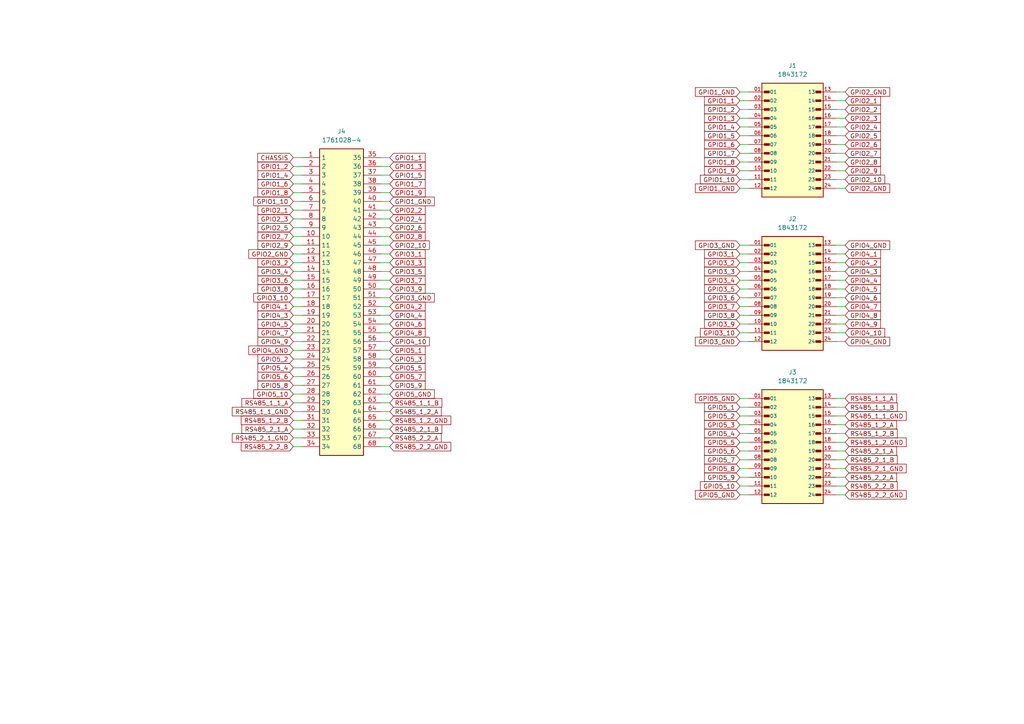
<source format=kicad_sch>
(kicad_sch
	(version 20231120)
	(generator "eeschema")
	(generator_version "8.0")
	(uuid "f82c4c7c-1516-4b68-a94a-99833c574229")
	(paper "A4")
	(lib_symbols
		(symbol "1761028-4:1761028-4"
			(exclude_from_sim no)
			(in_bom yes)
			(on_board yes)
			(property "Reference" "J"
				(at 19.05 7.62 0)
				(effects
					(font
						(size 1.27 1.27)
					)
					(justify left top)
				)
			)
			(property "Value" "1761028-4"
				(at 19.05 5.08 0)
				(effects
					(font
						(size 1.27 1.27)
					)
					(justify left top)
				)
			)
			(property "Footprint" "1761028-4"
				(at 19.05 -94.92 0)
				(effects
					(font
						(size 1.27 1.27)
					)
					(justify left top)
					(hide yes)
				)
			)
			(property "Datasheet" "https://www.te.com/commerce/DocumentDelivery/DDEController?Action=srchrtrv&DocNm=1-1773938-5_AMPLIMITE_.050_Series_QRG&DocType=Data%20Sheet&DocLang=English&PartCntxt=1761028-4&DocFormat=pdf"
				(at 19.05 -194.92 0)
				(effects
					(font
						(size 1.27 1.27)
					)
					(justify left top)
					(hide yes)
				)
			)
			(property "Description" "Body Features: Shell Plating Material Tin | Assembly Process Feature Material Copper Alloy | Primary Product Color Black | Shell Plating Finish Bright | Connector Profile Standard | Configuration Features: Number of Positions 68 | PCB Mount Orientation Right Angle | Number of Rows 2 | Contact Features: Contact Underplating Material Palladium Nickel | Contact Current Rating (Max) 1 AMP | Contact Mating Area Plating Material Gold Flash over Palladium Nickel | PCB Contact Termination Area Plating Material Tin "
				(at 0 0 0)
				(effects
					(font
						(size 1.27 1.27)
					)
					(hide yes)
				)
			)
			(property "Height" ""
				(at 19.05 -394.92 0)
				(effects
					(font
						(size 1.27 1.27)
					)
					(justify left top)
					(hide yes)
				)
			)
			(property "Farnell Part Number" ""
				(at 19.05 -494.92 0)
				(effects
					(font
						(size 1.27 1.27)
					)
					(justify left top)
					(hide yes)
				)
			)
			(property "Farnell Price/Stock" ""
				(at 19.05 -594.92 0)
				(effects
					(font
						(size 1.27 1.27)
					)
					(justify left top)
					(hide yes)
				)
			)
			(property "Manufacturer_Name" "TE Connectivity"
				(at 19.05 -694.92 0)
				(effects
					(font
						(size 1.27 1.27)
					)
					(justify left top)
					(hide yes)
				)
			)
			(property "Manufacturer_Part_Number" "1761028-4"
				(at 19.05 -794.92 0)
				(effects
					(font
						(size 1.27 1.27)
					)
					(justify left top)
					(hide yes)
				)
			)
			(symbol "1761028-4_1_1"
				(rectangle
					(start 5.08 2.54)
					(end 17.78 -86.36)
					(stroke
						(width 0.254)
						(type default)
					)
					(fill
						(type background)
					)
				)
				(pin passive line
					(at 0 0 0)
					(length 5.08)
					(name "1"
						(effects
							(font
								(size 1.27 1.27)
							)
						)
					)
					(number "1"
						(effects
							(font
								(size 1.27 1.27)
							)
						)
					)
				)
				(pin passive line
					(at 0 -22.86 0)
					(length 5.08)
					(name "10"
						(effects
							(font
								(size 1.27 1.27)
							)
						)
					)
					(number "10"
						(effects
							(font
								(size 1.27 1.27)
							)
						)
					)
				)
				(pin passive line
					(at 0 -25.4 0)
					(length 5.08)
					(name "11"
						(effects
							(font
								(size 1.27 1.27)
							)
						)
					)
					(number "11"
						(effects
							(font
								(size 1.27 1.27)
							)
						)
					)
				)
				(pin passive line
					(at 0 -27.94 0)
					(length 5.08)
					(name "12"
						(effects
							(font
								(size 1.27 1.27)
							)
						)
					)
					(number "12"
						(effects
							(font
								(size 1.27 1.27)
							)
						)
					)
				)
				(pin passive line
					(at 0 -30.48 0)
					(length 5.08)
					(name "13"
						(effects
							(font
								(size 1.27 1.27)
							)
						)
					)
					(number "13"
						(effects
							(font
								(size 1.27 1.27)
							)
						)
					)
				)
				(pin passive line
					(at 0 -33.02 0)
					(length 5.08)
					(name "14"
						(effects
							(font
								(size 1.27 1.27)
							)
						)
					)
					(number "14"
						(effects
							(font
								(size 1.27 1.27)
							)
						)
					)
				)
				(pin passive line
					(at 0 -35.56 0)
					(length 5.08)
					(name "15"
						(effects
							(font
								(size 1.27 1.27)
							)
						)
					)
					(number "15"
						(effects
							(font
								(size 1.27 1.27)
							)
						)
					)
				)
				(pin passive line
					(at 0 -38.1 0)
					(length 5.08)
					(name "16"
						(effects
							(font
								(size 1.27 1.27)
							)
						)
					)
					(number "16"
						(effects
							(font
								(size 1.27 1.27)
							)
						)
					)
				)
				(pin passive line
					(at 0 -40.64 0)
					(length 5.08)
					(name "17"
						(effects
							(font
								(size 1.27 1.27)
							)
						)
					)
					(number "17"
						(effects
							(font
								(size 1.27 1.27)
							)
						)
					)
				)
				(pin passive line
					(at 0 -43.18 0)
					(length 5.08)
					(name "18"
						(effects
							(font
								(size 1.27 1.27)
							)
						)
					)
					(number "18"
						(effects
							(font
								(size 1.27 1.27)
							)
						)
					)
				)
				(pin passive line
					(at 0 -45.72 0)
					(length 5.08)
					(name "19"
						(effects
							(font
								(size 1.27 1.27)
							)
						)
					)
					(number "19"
						(effects
							(font
								(size 1.27 1.27)
							)
						)
					)
				)
				(pin passive line
					(at 0 -2.54 0)
					(length 5.08)
					(name "2"
						(effects
							(font
								(size 1.27 1.27)
							)
						)
					)
					(number "2"
						(effects
							(font
								(size 1.27 1.27)
							)
						)
					)
				)
				(pin passive line
					(at 0 -48.26 0)
					(length 5.08)
					(name "20"
						(effects
							(font
								(size 1.27 1.27)
							)
						)
					)
					(number "20"
						(effects
							(font
								(size 1.27 1.27)
							)
						)
					)
				)
				(pin passive line
					(at 0 -50.8 0)
					(length 5.08)
					(name "21"
						(effects
							(font
								(size 1.27 1.27)
							)
						)
					)
					(number "21"
						(effects
							(font
								(size 1.27 1.27)
							)
						)
					)
				)
				(pin passive line
					(at 0 -53.34 0)
					(length 5.08)
					(name "22"
						(effects
							(font
								(size 1.27 1.27)
							)
						)
					)
					(number "22"
						(effects
							(font
								(size 1.27 1.27)
							)
						)
					)
				)
				(pin passive line
					(at 0 -55.88 0)
					(length 5.08)
					(name "23"
						(effects
							(font
								(size 1.27 1.27)
							)
						)
					)
					(number "23"
						(effects
							(font
								(size 1.27 1.27)
							)
						)
					)
				)
				(pin passive line
					(at 0 -58.42 0)
					(length 5.08)
					(name "24"
						(effects
							(font
								(size 1.27 1.27)
							)
						)
					)
					(number "24"
						(effects
							(font
								(size 1.27 1.27)
							)
						)
					)
				)
				(pin passive line
					(at 0 -60.96 0)
					(length 5.08)
					(name "25"
						(effects
							(font
								(size 1.27 1.27)
							)
						)
					)
					(number "25"
						(effects
							(font
								(size 1.27 1.27)
							)
						)
					)
				)
				(pin passive line
					(at 0 -63.5 0)
					(length 5.08)
					(name "26"
						(effects
							(font
								(size 1.27 1.27)
							)
						)
					)
					(number "26"
						(effects
							(font
								(size 1.27 1.27)
							)
						)
					)
				)
				(pin passive line
					(at 0 -66.04 0)
					(length 5.08)
					(name "27"
						(effects
							(font
								(size 1.27 1.27)
							)
						)
					)
					(number "27"
						(effects
							(font
								(size 1.27 1.27)
							)
						)
					)
				)
				(pin passive line
					(at 0 -68.58 0)
					(length 5.08)
					(name "28"
						(effects
							(font
								(size 1.27 1.27)
							)
						)
					)
					(number "28"
						(effects
							(font
								(size 1.27 1.27)
							)
						)
					)
				)
				(pin passive line
					(at 0 -71.12 0)
					(length 5.08)
					(name "29"
						(effects
							(font
								(size 1.27 1.27)
							)
						)
					)
					(number "29"
						(effects
							(font
								(size 1.27 1.27)
							)
						)
					)
				)
				(pin passive line
					(at 0 -5.08 0)
					(length 5.08)
					(name "3"
						(effects
							(font
								(size 1.27 1.27)
							)
						)
					)
					(number "3"
						(effects
							(font
								(size 1.27 1.27)
							)
						)
					)
				)
				(pin passive line
					(at 0 -73.66 0)
					(length 5.08)
					(name "30"
						(effects
							(font
								(size 1.27 1.27)
							)
						)
					)
					(number "30"
						(effects
							(font
								(size 1.27 1.27)
							)
						)
					)
				)
				(pin passive line
					(at 0 -76.2 0)
					(length 5.08)
					(name "31"
						(effects
							(font
								(size 1.27 1.27)
							)
						)
					)
					(number "31"
						(effects
							(font
								(size 1.27 1.27)
							)
						)
					)
				)
				(pin passive line
					(at 0 -78.74 0)
					(length 5.08)
					(name "32"
						(effects
							(font
								(size 1.27 1.27)
							)
						)
					)
					(number "32"
						(effects
							(font
								(size 1.27 1.27)
							)
						)
					)
				)
				(pin passive line
					(at 0 -81.28 0)
					(length 5.08)
					(name "33"
						(effects
							(font
								(size 1.27 1.27)
							)
						)
					)
					(number "33"
						(effects
							(font
								(size 1.27 1.27)
							)
						)
					)
				)
				(pin passive line
					(at 0 -83.82 0)
					(length 5.08)
					(name "34"
						(effects
							(font
								(size 1.27 1.27)
							)
						)
					)
					(number "34"
						(effects
							(font
								(size 1.27 1.27)
							)
						)
					)
				)
				(pin passive line
					(at 22.86 0 180)
					(length 5.08)
					(name "35"
						(effects
							(font
								(size 1.27 1.27)
							)
						)
					)
					(number "35"
						(effects
							(font
								(size 1.27 1.27)
							)
						)
					)
				)
				(pin passive line
					(at 22.86 -2.54 180)
					(length 5.08)
					(name "36"
						(effects
							(font
								(size 1.27 1.27)
							)
						)
					)
					(number "36"
						(effects
							(font
								(size 1.27 1.27)
							)
						)
					)
				)
				(pin passive line
					(at 22.86 -5.08 180)
					(length 5.08)
					(name "37"
						(effects
							(font
								(size 1.27 1.27)
							)
						)
					)
					(number "37"
						(effects
							(font
								(size 1.27 1.27)
							)
						)
					)
				)
				(pin passive line
					(at 22.86 -7.62 180)
					(length 5.08)
					(name "38"
						(effects
							(font
								(size 1.27 1.27)
							)
						)
					)
					(number "38"
						(effects
							(font
								(size 1.27 1.27)
							)
						)
					)
				)
				(pin passive line
					(at 22.86 -10.16 180)
					(length 5.08)
					(name "39"
						(effects
							(font
								(size 1.27 1.27)
							)
						)
					)
					(number "39"
						(effects
							(font
								(size 1.27 1.27)
							)
						)
					)
				)
				(pin passive line
					(at 0 -7.62 0)
					(length 5.08)
					(name "4"
						(effects
							(font
								(size 1.27 1.27)
							)
						)
					)
					(number "4"
						(effects
							(font
								(size 1.27 1.27)
							)
						)
					)
				)
				(pin passive line
					(at 22.86 -12.7 180)
					(length 5.08)
					(name "40"
						(effects
							(font
								(size 1.27 1.27)
							)
						)
					)
					(number "40"
						(effects
							(font
								(size 1.27 1.27)
							)
						)
					)
				)
				(pin passive line
					(at 22.86 -15.24 180)
					(length 5.08)
					(name "41"
						(effects
							(font
								(size 1.27 1.27)
							)
						)
					)
					(number "41"
						(effects
							(font
								(size 1.27 1.27)
							)
						)
					)
				)
				(pin passive line
					(at 22.86 -17.78 180)
					(length 5.08)
					(name "42"
						(effects
							(font
								(size 1.27 1.27)
							)
						)
					)
					(number "42"
						(effects
							(font
								(size 1.27 1.27)
							)
						)
					)
				)
				(pin passive line
					(at 22.86 -20.32 180)
					(length 5.08)
					(name "43"
						(effects
							(font
								(size 1.27 1.27)
							)
						)
					)
					(number "43"
						(effects
							(font
								(size 1.27 1.27)
							)
						)
					)
				)
				(pin passive line
					(at 22.86 -22.86 180)
					(length 5.08)
					(name "44"
						(effects
							(font
								(size 1.27 1.27)
							)
						)
					)
					(number "44"
						(effects
							(font
								(size 1.27 1.27)
							)
						)
					)
				)
				(pin passive line
					(at 22.86 -25.4 180)
					(length 5.08)
					(name "45"
						(effects
							(font
								(size 1.27 1.27)
							)
						)
					)
					(number "45"
						(effects
							(font
								(size 1.27 1.27)
							)
						)
					)
				)
				(pin passive line
					(at 22.86 -27.94 180)
					(length 5.08)
					(name "46"
						(effects
							(font
								(size 1.27 1.27)
							)
						)
					)
					(number "46"
						(effects
							(font
								(size 1.27 1.27)
							)
						)
					)
				)
				(pin passive line
					(at 22.86 -30.48 180)
					(length 5.08)
					(name "47"
						(effects
							(font
								(size 1.27 1.27)
							)
						)
					)
					(number "47"
						(effects
							(font
								(size 1.27 1.27)
							)
						)
					)
				)
				(pin passive line
					(at 22.86 -33.02 180)
					(length 5.08)
					(name "48"
						(effects
							(font
								(size 1.27 1.27)
							)
						)
					)
					(number "48"
						(effects
							(font
								(size 1.27 1.27)
							)
						)
					)
				)
				(pin passive line
					(at 22.86 -35.56 180)
					(length 5.08)
					(name "49"
						(effects
							(font
								(size 1.27 1.27)
							)
						)
					)
					(number "49"
						(effects
							(font
								(size 1.27 1.27)
							)
						)
					)
				)
				(pin passive line
					(at 0 -10.16 0)
					(length 5.08)
					(name "5"
						(effects
							(font
								(size 1.27 1.27)
							)
						)
					)
					(number "5"
						(effects
							(font
								(size 1.27 1.27)
							)
						)
					)
				)
				(pin passive line
					(at 22.86 -38.1 180)
					(length 5.08)
					(name "50"
						(effects
							(font
								(size 1.27 1.27)
							)
						)
					)
					(number "50"
						(effects
							(font
								(size 1.27 1.27)
							)
						)
					)
				)
				(pin passive line
					(at 22.86 -40.64 180)
					(length 5.08)
					(name "51"
						(effects
							(font
								(size 1.27 1.27)
							)
						)
					)
					(number "51"
						(effects
							(font
								(size 1.27 1.27)
							)
						)
					)
				)
				(pin passive line
					(at 22.86 -43.18 180)
					(length 5.08)
					(name "52"
						(effects
							(font
								(size 1.27 1.27)
							)
						)
					)
					(number "52"
						(effects
							(font
								(size 1.27 1.27)
							)
						)
					)
				)
				(pin passive line
					(at 22.86 -45.72 180)
					(length 5.08)
					(name "53"
						(effects
							(font
								(size 1.27 1.27)
							)
						)
					)
					(number "53"
						(effects
							(font
								(size 1.27 1.27)
							)
						)
					)
				)
				(pin passive line
					(at 22.86 -48.26 180)
					(length 5.08)
					(name "54"
						(effects
							(font
								(size 1.27 1.27)
							)
						)
					)
					(number "54"
						(effects
							(font
								(size 1.27 1.27)
							)
						)
					)
				)
				(pin passive line
					(at 22.86 -50.8 180)
					(length 5.08)
					(name "55"
						(effects
							(font
								(size 1.27 1.27)
							)
						)
					)
					(number "55"
						(effects
							(font
								(size 1.27 1.27)
							)
						)
					)
				)
				(pin passive line
					(at 22.86 -53.34 180)
					(length 5.08)
					(name "56"
						(effects
							(font
								(size 1.27 1.27)
							)
						)
					)
					(number "56"
						(effects
							(font
								(size 1.27 1.27)
							)
						)
					)
				)
				(pin passive line
					(at 22.86 -55.88 180)
					(length 5.08)
					(name "57"
						(effects
							(font
								(size 1.27 1.27)
							)
						)
					)
					(number "57"
						(effects
							(font
								(size 1.27 1.27)
							)
						)
					)
				)
				(pin passive line
					(at 22.86 -58.42 180)
					(length 5.08)
					(name "58"
						(effects
							(font
								(size 1.27 1.27)
							)
						)
					)
					(number "58"
						(effects
							(font
								(size 1.27 1.27)
							)
						)
					)
				)
				(pin passive line
					(at 22.86 -60.96 180)
					(length 5.08)
					(name "59"
						(effects
							(font
								(size 1.27 1.27)
							)
						)
					)
					(number "59"
						(effects
							(font
								(size 1.27 1.27)
							)
						)
					)
				)
				(pin passive line
					(at 0 -12.7 0)
					(length 5.08)
					(name "6"
						(effects
							(font
								(size 1.27 1.27)
							)
						)
					)
					(number "6"
						(effects
							(font
								(size 1.27 1.27)
							)
						)
					)
				)
				(pin passive line
					(at 22.86 -63.5 180)
					(length 5.08)
					(name "60"
						(effects
							(font
								(size 1.27 1.27)
							)
						)
					)
					(number "60"
						(effects
							(font
								(size 1.27 1.27)
							)
						)
					)
				)
				(pin passive line
					(at 22.86 -66.04 180)
					(length 5.08)
					(name "61"
						(effects
							(font
								(size 1.27 1.27)
							)
						)
					)
					(number "61"
						(effects
							(font
								(size 1.27 1.27)
							)
						)
					)
				)
				(pin passive line
					(at 22.86 -68.58 180)
					(length 5.08)
					(name "62"
						(effects
							(font
								(size 1.27 1.27)
							)
						)
					)
					(number "62"
						(effects
							(font
								(size 1.27 1.27)
							)
						)
					)
				)
				(pin passive line
					(at 22.86 -71.12 180)
					(length 5.08)
					(name "63"
						(effects
							(font
								(size 1.27 1.27)
							)
						)
					)
					(number "63"
						(effects
							(font
								(size 1.27 1.27)
							)
						)
					)
				)
				(pin passive line
					(at 22.86 -73.66 180)
					(length 5.08)
					(name "64"
						(effects
							(font
								(size 1.27 1.27)
							)
						)
					)
					(number "64"
						(effects
							(font
								(size 1.27 1.27)
							)
						)
					)
				)
				(pin passive line
					(at 22.86 -76.2 180)
					(length 5.08)
					(name "65"
						(effects
							(font
								(size 1.27 1.27)
							)
						)
					)
					(number "65"
						(effects
							(font
								(size 1.27 1.27)
							)
						)
					)
				)
				(pin passive line
					(at 22.86 -78.74 180)
					(length 5.08)
					(name "66"
						(effects
							(font
								(size 1.27 1.27)
							)
						)
					)
					(number "66"
						(effects
							(font
								(size 1.27 1.27)
							)
						)
					)
				)
				(pin passive line
					(at 22.86 -81.28 180)
					(length 5.08)
					(name "67"
						(effects
							(font
								(size 1.27 1.27)
							)
						)
					)
					(number "67"
						(effects
							(font
								(size 1.27 1.27)
							)
						)
					)
				)
				(pin passive line
					(at 22.86 -83.82 180)
					(length 5.08)
					(name "68"
						(effects
							(font
								(size 1.27 1.27)
							)
						)
					)
					(number "68"
						(effects
							(font
								(size 1.27 1.27)
							)
						)
					)
				)
				(pin passive line
					(at 0 -15.24 0)
					(length 5.08)
					(name "7"
						(effects
							(font
								(size 1.27 1.27)
							)
						)
					)
					(number "7"
						(effects
							(font
								(size 1.27 1.27)
							)
						)
					)
				)
				(pin passive line
					(at 0 -17.78 0)
					(length 5.08)
					(name "8"
						(effects
							(font
								(size 1.27 1.27)
							)
						)
					)
					(number "8"
						(effects
							(font
								(size 1.27 1.27)
							)
						)
					)
				)
				(pin passive line
					(at 0 -20.32 0)
					(length 5.08)
					(name "9"
						(effects
							(font
								(size 1.27 1.27)
							)
						)
					)
					(number "9"
						(effects
							(font
								(size 1.27 1.27)
							)
						)
					)
				)
			)
		)
		(symbol "1843172:1843172"
			(pin_names
				(offset 1.016)
			)
			(exclude_from_sim no)
			(in_bom yes)
			(on_board yes)
			(property "Reference" "J"
				(at -9.39 17.78 0)
				(effects
					(font
						(size 1.27 1.27)
					)
					(justify left bottom)
				)
			)
			(property "Value" "1843172"
				(at -8.89 -17.78 0)
				(effects
					(font
						(size 1.27 1.27)
					)
					(justify left bottom)
				)
			)
			(property "Footprint" "1843172:PHOENIX_1843172"
				(at 0 0 0)
				(effects
					(font
						(size 1.27 1.27)
					)
					(justify bottom)
					(hide yes)
				)
			)
			(property "Datasheet" ""
				(at 0 0 0)
				(effects
					(font
						(size 1.27 1.27)
					)
					(hide yes)
				)
			)
			(property "Description" ""
				(at 0 0 0)
				(effects
					(font
						(size 1.27 1.27)
					)
					(hide yes)
				)
			)
			(property "PARTREV" "12.06.2015"
				(at 0 0 0)
				(effects
					(font
						(size 1.27 1.27)
					)
					(justify bottom)
					(hide yes)
				)
			)
			(property "STANDARD" "Manufacturer Recommendations"
				(at 0 0 0)
				(effects
					(font
						(size 1.27 1.27)
					)
					(justify bottom)
					(hide yes)
				)
			)
			(property "MANUFACTURER" "Phoenix Contact"
				(at 0 0 0)
				(effects
					(font
						(size 1.27 1.27)
					)
					(justify bottom)
					(hide yes)
				)
			)
			(symbol "1843172_0_0"
				(rectangle
					(start -8.89 -15.24)
					(end 8.89 17.78)
					(stroke
						(width 0.254)
						(type default)
					)
					(fill
						(type background)
					)
				)
				(rectangle
					(start -8.255 -13.0175)
					(end -6.6675 -12.3825)
					(stroke
						(width 0.1)
						(type default)
					)
					(fill
						(type outline)
					)
				)
				(rectangle
					(start -8.255 -10.4775)
					(end -6.6675 -9.8425)
					(stroke
						(width 0.1)
						(type default)
					)
					(fill
						(type outline)
					)
				)
				(rectangle
					(start -8.255 -7.9375)
					(end -6.6675 -7.3025)
					(stroke
						(width 0.1)
						(type default)
					)
					(fill
						(type outline)
					)
				)
				(rectangle
					(start -8.255 -5.3975)
					(end -6.6675 -4.7625)
					(stroke
						(width 0.1)
						(type default)
					)
					(fill
						(type outline)
					)
				)
				(rectangle
					(start -8.255 -2.8575)
					(end -6.6675 -2.2225)
					(stroke
						(width 0.1)
						(type default)
					)
					(fill
						(type outline)
					)
				)
				(rectangle
					(start -8.255 -0.3175)
					(end -6.6675 0.3175)
					(stroke
						(width 0.1)
						(type default)
					)
					(fill
						(type outline)
					)
				)
				(rectangle
					(start -8.255 2.2225)
					(end -6.6675 2.8575)
					(stroke
						(width 0.1)
						(type default)
					)
					(fill
						(type outline)
					)
				)
				(rectangle
					(start -8.255 4.7625)
					(end -6.6675 5.3975)
					(stroke
						(width 0.1)
						(type default)
					)
					(fill
						(type outline)
					)
				)
				(rectangle
					(start -8.255 7.3025)
					(end -6.6675 7.9375)
					(stroke
						(width 0.1)
						(type default)
					)
					(fill
						(type outline)
					)
				)
				(rectangle
					(start -8.255 9.8425)
					(end -6.6675 10.4775)
					(stroke
						(width 0.1)
						(type default)
					)
					(fill
						(type outline)
					)
				)
				(rectangle
					(start -8.255 12.3825)
					(end -6.6675 13.0175)
					(stroke
						(width 0.1)
						(type default)
					)
					(fill
						(type outline)
					)
				)
				(rectangle
					(start -8.255 14.9225)
					(end -6.6675 15.5575)
					(stroke
						(width 0.1)
						(type default)
					)
					(fill
						(type outline)
					)
				)
				(rectangle
					(start 8.255 -13.0175)
					(end 6.6675 -12.3825)
					(stroke
						(width 0.1)
						(type default)
					)
					(fill
						(type outline)
					)
				)
				(rectangle
					(start 8.255 -10.4775)
					(end 6.6675 -9.8425)
					(stroke
						(width 0.1)
						(type default)
					)
					(fill
						(type outline)
					)
				)
				(rectangle
					(start 8.255 -7.9375)
					(end 6.6675 -7.3025)
					(stroke
						(width 0.1)
						(type default)
					)
					(fill
						(type outline)
					)
				)
				(rectangle
					(start 8.255 -5.3975)
					(end 6.6675 -4.7625)
					(stroke
						(width 0.1)
						(type default)
					)
					(fill
						(type outline)
					)
				)
				(rectangle
					(start 8.255 -2.8575)
					(end 6.6675 -2.2225)
					(stroke
						(width 0.1)
						(type default)
					)
					(fill
						(type outline)
					)
				)
				(rectangle
					(start 8.255 -0.3175)
					(end 6.6675 0.3175)
					(stroke
						(width 0.1)
						(type default)
					)
					(fill
						(type outline)
					)
				)
				(rectangle
					(start 8.255 2.2225)
					(end 6.6675 2.8575)
					(stroke
						(width 0.1)
						(type default)
					)
					(fill
						(type outline)
					)
				)
				(rectangle
					(start 8.255 4.7625)
					(end 6.6675 5.3975)
					(stroke
						(width 0.1)
						(type default)
					)
					(fill
						(type outline)
					)
				)
				(rectangle
					(start 8.255 7.3025)
					(end 6.6675 7.9375)
					(stroke
						(width 0.1)
						(type default)
					)
					(fill
						(type outline)
					)
				)
				(rectangle
					(start 8.255 9.8425)
					(end 6.6675 10.4775)
					(stroke
						(width 0.1)
						(type default)
					)
					(fill
						(type outline)
					)
				)
				(rectangle
					(start 8.255 12.3825)
					(end 6.6675 13.0175)
					(stroke
						(width 0.1)
						(type default)
					)
					(fill
						(type outline)
					)
				)
				(rectangle
					(start 8.255 14.9225)
					(end 6.6675 15.5575)
					(stroke
						(width 0.1)
						(type default)
					)
					(fill
						(type outline)
					)
				)
				(pin passive line
					(at -12.7 15.24 0)
					(length 5.08)
					(name "01"
						(effects
							(font
								(size 1.016 1.016)
							)
						)
					)
					(number "01"
						(effects
							(font
								(size 1.016 1.016)
							)
						)
					)
				)
				(pin passive line
					(at -12.7 12.7 0)
					(length 5.08)
					(name "02"
						(effects
							(font
								(size 1.016 1.016)
							)
						)
					)
					(number "02"
						(effects
							(font
								(size 1.016 1.016)
							)
						)
					)
				)
				(pin passive line
					(at -12.7 10.16 0)
					(length 5.08)
					(name "03"
						(effects
							(font
								(size 1.016 1.016)
							)
						)
					)
					(number "03"
						(effects
							(font
								(size 1.016 1.016)
							)
						)
					)
				)
				(pin passive line
					(at -12.7 7.62 0)
					(length 5.08)
					(name "04"
						(effects
							(font
								(size 1.016 1.016)
							)
						)
					)
					(number "04"
						(effects
							(font
								(size 1.016 1.016)
							)
						)
					)
				)
				(pin passive line
					(at -12.7 5.08 0)
					(length 5.08)
					(name "05"
						(effects
							(font
								(size 1.016 1.016)
							)
						)
					)
					(number "05"
						(effects
							(font
								(size 1.016 1.016)
							)
						)
					)
				)
				(pin passive line
					(at -12.7 2.54 0)
					(length 5.08)
					(name "06"
						(effects
							(font
								(size 1.016 1.016)
							)
						)
					)
					(number "06"
						(effects
							(font
								(size 1.016 1.016)
							)
						)
					)
				)
				(pin passive line
					(at -12.7 0 0)
					(length 5.08)
					(name "07"
						(effects
							(font
								(size 1.016 1.016)
							)
						)
					)
					(number "07"
						(effects
							(font
								(size 1.016 1.016)
							)
						)
					)
				)
				(pin passive line
					(at -12.7 -2.54 0)
					(length 5.08)
					(name "08"
						(effects
							(font
								(size 1.016 1.016)
							)
						)
					)
					(number "08"
						(effects
							(font
								(size 1.016 1.016)
							)
						)
					)
				)
				(pin passive line
					(at -12.7 -5.08 0)
					(length 5.08)
					(name "09"
						(effects
							(font
								(size 1.016 1.016)
							)
						)
					)
					(number "09"
						(effects
							(font
								(size 1.016 1.016)
							)
						)
					)
				)
				(pin passive line
					(at -12.7 -7.62 0)
					(length 5.08)
					(name "10"
						(effects
							(font
								(size 1.016 1.016)
							)
						)
					)
					(number "10"
						(effects
							(font
								(size 1.016 1.016)
							)
						)
					)
				)
				(pin passive line
					(at -12.7 -10.16 0)
					(length 5.08)
					(name "11"
						(effects
							(font
								(size 1.016 1.016)
							)
						)
					)
					(number "11"
						(effects
							(font
								(size 1.016 1.016)
							)
						)
					)
				)
				(pin passive line
					(at -12.7 -12.7 0)
					(length 5.08)
					(name "12"
						(effects
							(font
								(size 1.016 1.016)
							)
						)
					)
					(number "12"
						(effects
							(font
								(size 1.016 1.016)
							)
						)
					)
				)
				(pin passive line
					(at 12.7 15.24 180)
					(length 5.08)
					(name "13"
						(effects
							(font
								(size 1.016 1.016)
							)
						)
					)
					(number "13"
						(effects
							(font
								(size 1.016 1.016)
							)
						)
					)
				)
				(pin passive line
					(at 12.7 12.7 180)
					(length 5.08)
					(name "14"
						(effects
							(font
								(size 1.016 1.016)
							)
						)
					)
					(number "14"
						(effects
							(font
								(size 1.016 1.016)
							)
						)
					)
				)
				(pin passive line
					(at 12.7 10.16 180)
					(length 5.08)
					(name "15"
						(effects
							(font
								(size 1.016 1.016)
							)
						)
					)
					(number "15"
						(effects
							(font
								(size 1.016 1.016)
							)
						)
					)
				)
				(pin passive line
					(at 12.7 7.62 180)
					(length 5.08)
					(name "16"
						(effects
							(font
								(size 1.016 1.016)
							)
						)
					)
					(number "16"
						(effects
							(font
								(size 1.016 1.016)
							)
						)
					)
				)
				(pin passive line
					(at 12.7 5.08 180)
					(length 5.08)
					(name "17"
						(effects
							(font
								(size 1.016 1.016)
							)
						)
					)
					(number "17"
						(effects
							(font
								(size 1.016 1.016)
							)
						)
					)
				)
				(pin passive line
					(at 12.7 2.54 180)
					(length 5.08)
					(name "18"
						(effects
							(font
								(size 1.016 1.016)
							)
						)
					)
					(number "18"
						(effects
							(font
								(size 1.016 1.016)
							)
						)
					)
				)
				(pin passive line
					(at 12.7 0 180)
					(length 5.08)
					(name "19"
						(effects
							(font
								(size 1.016 1.016)
							)
						)
					)
					(number "19"
						(effects
							(font
								(size 1.016 1.016)
							)
						)
					)
				)
				(pin passive line
					(at 12.7 -2.54 180)
					(length 5.08)
					(name "20"
						(effects
							(font
								(size 1.016 1.016)
							)
						)
					)
					(number "20"
						(effects
							(font
								(size 1.016 1.016)
							)
						)
					)
				)
				(pin passive line
					(at 12.7 -5.08 180)
					(length 5.08)
					(name "21"
						(effects
							(font
								(size 1.016 1.016)
							)
						)
					)
					(number "21"
						(effects
							(font
								(size 1.016 1.016)
							)
						)
					)
				)
				(pin passive line
					(at 12.7 -7.62 180)
					(length 5.08)
					(name "22"
						(effects
							(font
								(size 1.016 1.016)
							)
						)
					)
					(number "22"
						(effects
							(font
								(size 1.016 1.016)
							)
						)
					)
				)
				(pin passive line
					(at 12.7 -10.16 180)
					(length 5.08)
					(name "23"
						(effects
							(font
								(size 1.016 1.016)
							)
						)
					)
					(number "23"
						(effects
							(font
								(size 1.016 1.016)
							)
						)
					)
				)
				(pin passive line
					(at 12.7 -12.7 180)
					(length 5.08)
					(name "24"
						(effects
							(font
								(size 1.016 1.016)
							)
						)
					)
					(number "24"
						(effects
							(font
								(size 1.016 1.016)
							)
						)
					)
				)
			)
		)
	)
	(wire
		(pts
			(xy 245.11 88.9) (xy 242.57 88.9)
		)
		(stroke
			(width 0)
			(type default)
		)
		(uuid "014db940-32bb-4756-8c60-0fa0c5391549")
	)
	(wire
		(pts
			(xy 87.63 91.44) (xy 85.09 91.44)
		)
		(stroke
			(width 0)
			(type default)
		)
		(uuid "026fff29-8526-48e4-bacb-fc251921cce5")
	)
	(wire
		(pts
			(xy 214.63 143.51) (xy 217.17 143.51)
		)
		(stroke
			(width 0)
			(type default)
		)
		(uuid "029990bc-cf4a-4746-bcb0-dbe7f3ef75bd")
	)
	(wire
		(pts
			(xy 113.03 71.12) (xy 110.49 71.12)
		)
		(stroke
			(width 0)
			(type default)
		)
		(uuid "06853347-2dee-426f-814b-1198dc3e5994")
	)
	(wire
		(pts
			(xy 214.63 130.81) (xy 217.17 130.81)
		)
		(stroke
			(width 0)
			(type default)
		)
		(uuid "072638a4-5ef6-4366-96bb-d28aabb15cb1")
	)
	(wire
		(pts
			(xy 214.63 118.11) (xy 217.17 118.11)
		)
		(stroke
			(width 0)
			(type default)
		)
		(uuid "0b5c2aac-125f-4bb8-82a6-99c22b5a5bdf")
	)
	(wire
		(pts
			(xy 245.11 44.45) (xy 242.57 44.45)
		)
		(stroke
			(width 0)
			(type default)
		)
		(uuid "10164462-b28b-4900-977b-481dd5045ba6")
	)
	(wire
		(pts
			(xy 113.03 45.72) (xy 110.49 45.72)
		)
		(stroke
			(width 0)
			(type default)
		)
		(uuid "10fb5346-4670-4b7f-9bbc-2e6b0a8edbbc")
	)
	(wire
		(pts
			(xy 87.63 109.22) (xy 85.09 109.22)
		)
		(stroke
			(width 0)
			(type default)
		)
		(uuid "11888060-a6e5-4a43-aa8d-e6064f249ae6")
	)
	(wire
		(pts
			(xy 214.63 86.36) (xy 217.17 86.36)
		)
		(stroke
			(width 0)
			(type default)
		)
		(uuid "121de4e4-7c34-4808-b0d9-059e2a8546d9")
	)
	(wire
		(pts
			(xy 113.03 78.74) (xy 110.49 78.74)
		)
		(stroke
			(width 0)
			(type default)
		)
		(uuid "12366279-e768-4b48-9231-f85f610c057a")
	)
	(wire
		(pts
			(xy 85.09 81.28) (xy 87.63 81.28)
		)
		(stroke
			(width 0)
			(type default)
		)
		(uuid "13d178a1-e9fe-4962-9bc8-204945c5fb1a")
	)
	(wire
		(pts
			(xy 85.09 83.82) (xy 87.63 83.82)
		)
		(stroke
			(width 0)
			(type default)
		)
		(uuid "157cf7b3-683d-4df3-b06e-762258f329d6")
	)
	(wire
		(pts
			(xy 85.09 45.72) (xy 87.63 45.72)
		)
		(stroke
			(width 0)
			(type default)
		)
		(uuid "197ee00b-65ae-4665-b715-1a9eb1add3cd")
	)
	(wire
		(pts
			(xy 245.11 36.83) (xy 242.57 36.83)
		)
		(stroke
			(width 0)
			(type default)
		)
		(uuid "19f690b4-f341-4d9c-90ff-c89b5f08889b")
	)
	(wire
		(pts
			(xy 113.03 53.34) (xy 110.49 53.34)
		)
		(stroke
			(width 0)
			(type default)
		)
		(uuid "1a01045c-5a2e-43c6-ab8d-e2f360ccd0af")
	)
	(wire
		(pts
			(xy 214.63 128.27) (xy 217.17 128.27)
		)
		(stroke
			(width 0)
			(type default)
		)
		(uuid "1acb136a-699e-4c97-b18a-49a5e71c0211")
	)
	(wire
		(pts
			(xy 85.09 73.66) (xy 87.63 73.66)
		)
		(stroke
			(width 0)
			(type default)
		)
		(uuid "1b162ecb-85d4-4383-8044-0274ecea08c0")
	)
	(wire
		(pts
			(xy 214.63 83.82) (xy 217.17 83.82)
		)
		(stroke
			(width 0)
			(type default)
		)
		(uuid "1b74ef2f-f2ef-40c4-b27b-06b2b64dca32")
	)
	(wire
		(pts
			(xy 87.63 127) (xy 85.09 127)
		)
		(stroke
			(width 0)
			(type default)
		)
		(uuid "1e354c0c-4773-47e8-bb6a-4a33f63f10a6")
	)
	(wire
		(pts
			(xy 245.11 49.53) (xy 242.57 49.53)
		)
		(stroke
			(width 0)
			(type default)
		)
		(uuid "1e3b7e07-33e8-48b1-a6b9-f26443d37d8c")
	)
	(wire
		(pts
			(xy 113.03 60.96) (xy 110.49 60.96)
		)
		(stroke
			(width 0)
			(type default)
		)
		(uuid "1f134ef7-e0a0-4d6f-9366-43305ec85ae1")
	)
	(wire
		(pts
			(xy 214.63 41.91) (xy 217.17 41.91)
		)
		(stroke
			(width 0)
			(type default)
		)
		(uuid "21ddd34c-bc7b-4ebe-bb62-b1e67cada97a")
	)
	(wire
		(pts
			(xy 113.03 48.26) (xy 110.49 48.26)
		)
		(stroke
			(width 0)
			(type default)
		)
		(uuid "23334ae3-4945-4750-9987-24a90ed0ddbf")
	)
	(wire
		(pts
			(xy 113.03 55.88) (xy 110.49 55.88)
		)
		(stroke
			(width 0)
			(type default)
		)
		(uuid "23689103-ea97-4c57-920b-f87f0a2b0f39")
	)
	(wire
		(pts
			(xy 113.03 83.82) (xy 110.49 83.82)
		)
		(stroke
			(width 0)
			(type default)
		)
		(uuid "241016de-9691-4c93-bda2-f9cd41e36a8c")
	)
	(wire
		(pts
			(xy 85.09 50.8) (xy 87.63 50.8)
		)
		(stroke
			(width 0)
			(type default)
		)
		(uuid "250a2f3f-3d34-402f-8aa9-6bc9d3ba65dc")
	)
	(wire
		(pts
			(xy 242.57 128.27) (xy 245.11 128.27)
		)
		(stroke
			(width 0)
			(type default)
		)
		(uuid "25bfbe34-9930-458d-ab20-5edd0bd87b02")
	)
	(wire
		(pts
			(xy 214.63 135.89) (xy 217.17 135.89)
		)
		(stroke
			(width 0)
			(type default)
		)
		(uuid "28e1ff3d-3dbb-4a99-b966-e1bedecc2ad8")
	)
	(wire
		(pts
			(xy 113.03 81.28) (xy 110.49 81.28)
		)
		(stroke
			(width 0)
			(type default)
		)
		(uuid "28f523c1-c5af-44b0-8ab1-f228f45aefe7")
	)
	(wire
		(pts
			(xy 214.63 29.21) (xy 217.17 29.21)
		)
		(stroke
			(width 0)
			(type default)
		)
		(uuid "2ac6187d-8fe6-42b3-a49b-6e8c215a94fc")
	)
	(wire
		(pts
			(xy 242.57 125.73) (xy 245.11 125.73)
		)
		(stroke
			(width 0)
			(type default)
		)
		(uuid "2d469747-a2ad-41d7-b451-369721e7de25")
	)
	(wire
		(pts
			(xy 87.63 88.9) (xy 85.09 88.9)
		)
		(stroke
			(width 0)
			(type default)
		)
		(uuid "3485a361-2198-4436-ba3f-5af3f10a71eb")
	)
	(wire
		(pts
			(xy 214.63 36.83) (xy 217.17 36.83)
		)
		(stroke
			(width 0)
			(type default)
		)
		(uuid "3a4e8a1f-0c7d-469d-b7fb-4e00483eedd6")
	)
	(wire
		(pts
			(xy 113.03 76.2) (xy 110.49 76.2)
		)
		(stroke
			(width 0)
			(type default)
		)
		(uuid "3e75f97c-aa92-45d5-bda3-31be9298e041")
	)
	(wire
		(pts
			(xy 214.63 26.67) (xy 217.17 26.67)
		)
		(stroke
			(width 0)
			(type default)
		)
		(uuid "3fc3042f-ac66-449f-88ec-1eada7fbc131")
	)
	(wire
		(pts
			(xy 242.57 123.19) (xy 245.11 123.19)
		)
		(stroke
			(width 0)
			(type default)
		)
		(uuid "404f2fc8-f407-4d39-9df5-6d9a984bff74")
	)
	(wire
		(pts
			(xy 87.63 111.76) (xy 85.09 111.76)
		)
		(stroke
			(width 0)
			(type default)
		)
		(uuid "41e5b1da-f573-4e40-a18d-0b08ffcdb5a5")
	)
	(wire
		(pts
			(xy 110.49 88.9) (xy 113.03 88.9)
		)
		(stroke
			(width 0)
			(type default)
		)
		(uuid "46ce7c65-2b9a-4d9c-ab1c-d266a371bf88")
	)
	(wire
		(pts
			(xy 245.11 31.75) (xy 242.57 31.75)
		)
		(stroke
			(width 0)
			(type default)
		)
		(uuid "4e987468-1076-4290-8226-6a290db8b941")
	)
	(wire
		(pts
			(xy 214.63 39.37) (xy 217.17 39.37)
		)
		(stroke
			(width 0)
			(type default)
		)
		(uuid "53940fe5-ba19-4c9c-9a4e-e6ea53ea821a")
	)
	(wire
		(pts
			(xy 110.49 91.44) (xy 113.03 91.44)
		)
		(stroke
			(width 0)
			(type default)
		)
		(uuid "5428cd15-a1a2-4e5a-8688-e841f4e79f04")
	)
	(wire
		(pts
			(xy 214.63 71.12) (xy 217.17 71.12)
		)
		(stroke
			(width 0)
			(type default)
		)
		(uuid "5503da0c-c1ae-4bd2-b40a-f4a1ddd2638e")
	)
	(wire
		(pts
			(xy 242.57 135.89) (xy 245.11 135.89)
		)
		(stroke
			(width 0)
			(type default)
		)
		(uuid "561908c6-da38-4ae1-96f1-064e0a064954")
	)
	(wire
		(pts
			(xy 214.63 81.28) (xy 217.17 81.28)
		)
		(stroke
			(width 0)
			(type default)
		)
		(uuid "57416a58-14e5-4fb6-be45-7cb38d451c9e")
	)
	(wire
		(pts
			(xy 110.49 96.52) (xy 113.03 96.52)
		)
		(stroke
			(width 0)
			(type default)
		)
		(uuid "5cc9a00b-772a-46fe-9239-07302a45adff")
	)
	(wire
		(pts
			(xy 110.49 129.54) (xy 113.03 129.54)
		)
		(stroke
			(width 0)
			(type default)
		)
		(uuid "6112d1f3-b979-48d0-9d47-02e5b900743f")
	)
	(wire
		(pts
			(xy 214.63 96.52) (xy 217.17 96.52)
		)
		(stroke
			(width 0)
			(type default)
		)
		(uuid "611f2ec0-7dc1-4289-9e4c-a0b357f4b85c")
	)
	(wire
		(pts
			(xy 110.49 114.3) (xy 113.03 114.3)
		)
		(stroke
			(width 0)
			(type default)
		)
		(uuid "62ef24e5-8748-4916-b5a6-2035fb860781")
	)
	(wire
		(pts
			(xy 214.63 140.97) (xy 217.17 140.97)
		)
		(stroke
			(width 0)
			(type default)
		)
		(uuid "6327f76e-a38d-4d4a-89f9-a989176c7da5")
	)
	(wire
		(pts
			(xy 245.11 81.28) (xy 242.57 81.28)
		)
		(stroke
			(width 0)
			(type default)
		)
		(uuid "64cabb76-f1b5-4b61-addc-4a0351c748e5")
	)
	(wire
		(pts
			(xy 110.49 127) (xy 113.03 127)
		)
		(stroke
			(width 0)
			(type default)
		)
		(uuid "66266b04-d097-4cf6-929d-d091be092d81")
	)
	(wire
		(pts
			(xy 85.09 68.58) (xy 87.63 68.58)
		)
		(stroke
			(width 0)
			(type default)
		)
		(uuid "662e7331-b7e3-46e8-8db2-a2aade843f47")
	)
	(wire
		(pts
			(xy 242.57 120.65) (xy 245.11 120.65)
		)
		(stroke
			(width 0)
			(type default)
		)
		(uuid "66e28e15-092f-499c-a561-35159bd17d7a")
	)
	(wire
		(pts
			(xy 87.63 121.92) (xy 85.09 121.92)
		)
		(stroke
			(width 0)
			(type default)
		)
		(uuid "6a6088e3-2fb9-4053-ae0a-dc4451670275")
	)
	(wire
		(pts
			(xy 214.63 34.29) (xy 217.17 34.29)
		)
		(stroke
			(width 0)
			(type default)
		)
		(uuid "6ae19cce-0e15-4ee2-ba47-f99fe4f239cf")
	)
	(wire
		(pts
			(xy 245.11 26.67) (xy 242.57 26.67)
		)
		(stroke
			(width 0)
			(type default)
		)
		(uuid "6c480ca3-e9cc-4a7b-be22-cbdaddac9185")
	)
	(wire
		(pts
			(xy 110.49 116.84) (xy 113.03 116.84)
		)
		(stroke
			(width 0)
			(type default)
		)
		(uuid "6c5b9b16-443d-411d-a273-254f2c5bad1a")
	)
	(wire
		(pts
			(xy 245.11 76.2) (xy 242.57 76.2)
		)
		(stroke
			(width 0)
			(type default)
		)
		(uuid "6d800df4-cfdc-4865-ac2f-273997e7cf52")
	)
	(wire
		(pts
			(xy 214.63 93.98) (xy 217.17 93.98)
		)
		(stroke
			(width 0)
			(type default)
		)
		(uuid "6dd03fa6-c6f5-4e65-b35c-28e452c9f59a")
	)
	(wire
		(pts
			(xy 87.63 99.06) (xy 85.09 99.06)
		)
		(stroke
			(width 0)
			(type default)
		)
		(uuid "70d7535b-c2ed-466f-83b0-13ed6808bb17")
	)
	(wire
		(pts
			(xy 113.03 73.66) (xy 110.49 73.66)
		)
		(stroke
			(width 0)
			(type default)
		)
		(uuid "73f79777-7fd6-4722-9a66-7a23ae6bc62d")
	)
	(wire
		(pts
			(xy 214.63 115.57) (xy 217.17 115.57)
		)
		(stroke
			(width 0)
			(type default)
		)
		(uuid "75b678d7-7aae-45cb-8e42-45dea29cfeb7")
	)
	(wire
		(pts
			(xy 85.09 53.34) (xy 87.63 53.34)
		)
		(stroke
			(width 0)
			(type default)
		)
		(uuid "75de85bb-78cd-48cc-b61a-49bc8a21bad8")
	)
	(wire
		(pts
			(xy 245.11 41.91) (xy 242.57 41.91)
		)
		(stroke
			(width 0)
			(type default)
		)
		(uuid "7692543b-842c-407f-865f-9fedf6d3ec39")
	)
	(wire
		(pts
			(xy 110.49 124.46) (xy 113.03 124.46)
		)
		(stroke
			(width 0)
			(type default)
		)
		(uuid "77393369-cd39-49e7-9d5b-f5e593297194")
	)
	(wire
		(pts
			(xy 87.63 124.46) (xy 85.09 124.46)
		)
		(stroke
			(width 0)
			(type default)
		)
		(uuid "7d89ced5-5f86-4747-afd1-f01c4271073d")
	)
	(wire
		(pts
			(xy 113.03 50.8) (xy 110.49 50.8)
		)
		(stroke
			(width 0)
			(type default)
		)
		(uuid "7fa908b9-f3e7-4315-8b38-6103cfa1afe3")
	)
	(wire
		(pts
			(xy 245.11 29.21) (xy 242.57 29.21)
		)
		(stroke
			(width 0)
			(type default)
		)
		(uuid "83fcd2e7-1b7f-4b44-9a81-dd4ed5b348ca")
	)
	(wire
		(pts
			(xy 85.09 60.96) (xy 87.63 60.96)
		)
		(stroke
			(width 0)
			(type default)
		)
		(uuid "84207d00-f9bd-4196-a409-3374805f0536")
	)
	(wire
		(pts
			(xy 85.09 55.88) (xy 87.63 55.88)
		)
		(stroke
			(width 0)
			(type default)
		)
		(uuid "85d9fbc4-153f-4c6b-a968-27b378a1ccbd")
	)
	(wire
		(pts
			(xy 110.49 119.38) (xy 113.03 119.38)
		)
		(stroke
			(width 0)
			(type default)
		)
		(uuid "86ad0b27-c288-4ec6-bb1b-0dc81b25d503")
	)
	(wire
		(pts
			(xy 245.11 99.06) (xy 242.57 99.06)
		)
		(stroke
			(width 0)
			(type default)
		)
		(uuid "87006323-5590-4938-8044-1f7bfafc99cb")
	)
	(wire
		(pts
			(xy 245.11 78.74) (xy 242.57 78.74)
		)
		(stroke
			(width 0)
			(type default)
		)
		(uuid "88c98599-8f62-4392-b041-1ec8675fd7a2")
	)
	(wire
		(pts
			(xy 110.49 106.68) (xy 113.03 106.68)
		)
		(stroke
			(width 0)
			(type default)
		)
		(uuid "88e8b37f-2ba3-4837-99ba-7f9048c9ecb5")
	)
	(wire
		(pts
			(xy 85.09 86.36) (xy 87.63 86.36)
		)
		(stroke
			(width 0)
			(type default)
		)
		(uuid "895a710f-a773-481c-8fc8-4d3880ee888a")
	)
	(wire
		(pts
			(xy 87.63 96.52) (xy 85.09 96.52)
		)
		(stroke
			(width 0)
			(type default)
		)
		(uuid "89c1aa27-fc51-42dc-b9a8-69ed50650822")
	)
	(wire
		(pts
			(xy 113.03 58.42) (xy 110.49 58.42)
		)
		(stroke
			(width 0)
			(type default)
		)
		(uuid "8c4d39fd-c773-4612-9737-7771634f7c02")
	)
	(wire
		(pts
			(xy 214.63 78.74) (xy 217.17 78.74)
		)
		(stroke
			(width 0)
			(type default)
		)
		(uuid "8cdd06f5-8711-47c7-ad26-35ab891ede5d")
	)
	(wire
		(pts
			(xy 85.09 71.12) (xy 87.63 71.12)
		)
		(stroke
			(width 0)
			(type default)
		)
		(uuid "8d98c572-9966-4fbe-ab06-09ccb4d6e08b")
	)
	(wire
		(pts
			(xy 110.49 93.98) (xy 113.03 93.98)
		)
		(stroke
			(width 0)
			(type default)
		)
		(uuid "927e7cc8-37a3-4a69-8d2a-e40dd6a30643")
	)
	(wire
		(pts
			(xy 245.11 86.36) (xy 242.57 86.36)
		)
		(stroke
			(width 0)
			(type default)
		)
		(uuid "93038353-e033-4a8f-b8fa-553b6b9de70f")
	)
	(wire
		(pts
			(xy 110.49 109.22) (xy 113.03 109.22)
		)
		(stroke
			(width 0)
			(type default)
		)
		(uuid "9571bd83-b81c-4860-9b2f-869073287fef")
	)
	(wire
		(pts
			(xy 85.09 48.26) (xy 87.63 48.26)
		)
		(stroke
			(width 0)
			(type default)
		)
		(uuid "9c71b86f-c3f0-4f1c-bb41-fded3b0dd881")
	)
	(wire
		(pts
			(xy 245.11 73.66) (xy 242.57 73.66)
		)
		(stroke
			(width 0)
			(type default)
		)
		(uuid "9df8c200-966b-406a-8601-8b6ef3f478f0")
	)
	(wire
		(pts
			(xy 214.63 49.53) (xy 217.17 49.53)
		)
		(stroke
			(width 0)
			(type default)
		)
		(uuid "9ffdfe8d-c5f4-457a-90ff-df6514fac47c")
	)
	(wire
		(pts
			(xy 245.11 52.07) (xy 242.57 52.07)
		)
		(stroke
			(width 0)
			(type default)
		)
		(uuid "a1173018-e640-413a-a5e5-5c5479a46ef4")
	)
	(wire
		(pts
			(xy 113.03 86.36) (xy 110.49 86.36)
		)
		(stroke
			(width 0)
			(type default)
		)
		(uuid "a4891e89-a12b-4b22-833d-f7dbb1fb3c2a")
	)
	(wire
		(pts
			(xy 245.11 83.82) (xy 242.57 83.82)
		)
		(stroke
			(width 0)
			(type default)
		)
		(uuid "a56119dd-9d63-4445-be29-269ebdfc256a")
	)
	(wire
		(pts
			(xy 87.63 104.14) (xy 85.09 104.14)
		)
		(stroke
			(width 0)
			(type default)
		)
		(uuid "a60d9a2a-8f8f-4b58-a762-149f6ba7ae0c")
	)
	(wire
		(pts
			(xy 214.63 73.66) (xy 217.17 73.66)
		)
		(stroke
			(width 0)
			(type default)
		)
		(uuid "a7db38eb-e0c7-4f7f-bffa-91281a507f1f")
	)
	(wire
		(pts
			(xy 214.63 133.35) (xy 217.17 133.35)
		)
		(stroke
			(width 0)
			(type default)
		)
		(uuid "a81ad62e-3198-4c7b-94e2-812585e60b66")
	)
	(wire
		(pts
			(xy 242.57 138.43) (xy 245.11 138.43)
		)
		(stroke
			(width 0)
			(type default)
		)
		(uuid "a98a7e2e-5f96-4a84-990b-deb6c8193825")
	)
	(wire
		(pts
			(xy 214.63 31.75) (xy 217.17 31.75)
		)
		(stroke
			(width 0)
			(type default)
		)
		(uuid "acd56e8c-24e3-43e6-8cbc-47222ea703ea")
	)
	(wire
		(pts
			(xy 85.09 66.04) (xy 87.63 66.04)
		)
		(stroke
			(width 0)
			(type default)
		)
		(uuid "ad53e3b9-74aa-4a9d-9e6b-c10e23981517")
	)
	(wire
		(pts
			(xy 214.63 138.43) (xy 217.17 138.43)
		)
		(stroke
			(width 0)
			(type default)
		)
		(uuid "afb9f463-22f8-4553-82f3-103549be3d15")
	)
	(wire
		(pts
			(xy 242.57 130.81) (xy 245.11 130.81)
		)
		(stroke
			(width 0)
			(type default)
		)
		(uuid "afd9cc67-8346-4906-90a4-8493419e0882")
	)
	(wire
		(pts
			(xy 245.11 71.12) (xy 242.57 71.12)
		)
		(stroke
			(width 0)
			(type default)
		)
		(uuid "b0779a9a-a96c-4bd2-abd2-614081d97470")
	)
	(wire
		(pts
			(xy 87.63 129.54) (xy 85.09 129.54)
		)
		(stroke
			(width 0)
			(type default)
		)
		(uuid "b32ca276-3c4c-430d-9d6c-baf7157b49dd")
	)
	(wire
		(pts
			(xy 85.09 63.5) (xy 87.63 63.5)
		)
		(stroke
			(width 0)
			(type default)
		)
		(uuid "b3d5651e-5d79-4edd-994a-92cf0cef78a0")
	)
	(wire
		(pts
			(xy 245.11 54.61) (xy 242.57 54.61)
		)
		(stroke
			(width 0)
			(type default)
		)
		(uuid "b67b79df-796b-4967-8720-53003bb1a2a2")
	)
	(wire
		(pts
			(xy 113.03 68.58) (xy 110.49 68.58)
		)
		(stroke
			(width 0)
			(type default)
		)
		(uuid "b8a1a880-c8c4-43fe-b193-c2b3739b6f0f")
	)
	(wire
		(pts
			(xy 242.57 115.57) (xy 245.11 115.57)
		)
		(stroke
			(width 0)
			(type default)
		)
		(uuid "b8c69945-ff13-48ce-9e1d-4f923d9730f1")
	)
	(wire
		(pts
			(xy 242.57 133.35) (xy 245.11 133.35)
		)
		(stroke
			(width 0)
			(type default)
		)
		(uuid "b8ce7107-22c0-4cf0-a417-44dcf11a93fa")
	)
	(wire
		(pts
			(xy 110.49 99.06) (xy 113.03 99.06)
		)
		(stroke
			(width 0)
			(type default)
		)
		(uuid "bbbb1d13-a2b9-47bf-b544-37b65c25bfbc")
	)
	(wire
		(pts
			(xy 113.03 63.5) (xy 110.49 63.5)
		)
		(stroke
			(width 0)
			(type default)
		)
		(uuid "be5a1107-3c33-4fb9-8c54-088f873f3168")
	)
	(wire
		(pts
			(xy 214.63 91.44) (xy 217.17 91.44)
		)
		(stroke
			(width 0)
			(type default)
		)
		(uuid "bea88b71-9e7f-4623-b366-7714e59b6489")
	)
	(wire
		(pts
			(xy 85.09 78.74) (xy 87.63 78.74)
		)
		(stroke
			(width 0)
			(type default)
		)
		(uuid "bf04c586-26ec-4511-b904-44be75f7d157")
	)
	(wire
		(pts
			(xy 214.63 54.61) (xy 217.17 54.61)
		)
		(stroke
			(width 0)
			(type default)
		)
		(uuid "bf15d980-5fcd-41e3-8573-b1694b436cae")
	)
	(wire
		(pts
			(xy 87.63 101.6) (xy 85.09 101.6)
		)
		(stroke
			(width 0)
			(type default)
		)
		(uuid "c1ab47bf-743f-4e5f-8381-a391c2dd55d1")
	)
	(wire
		(pts
			(xy 242.57 143.51) (xy 245.11 143.51)
		)
		(stroke
			(width 0)
			(type default)
		)
		(uuid "c27f7bbe-f19f-4d04-87f0-f7ae02d0b681")
	)
	(wire
		(pts
			(xy 214.63 76.2) (xy 217.17 76.2)
		)
		(stroke
			(width 0)
			(type default)
		)
		(uuid "c6690112-4db5-433a-b357-80cc6fa8b9f0")
	)
	(wire
		(pts
			(xy 242.57 140.97) (xy 245.11 140.97)
		)
		(stroke
			(width 0)
			(type default)
		)
		(uuid "c6fcad8e-de89-4340-924f-d4d79d3a80c2")
	)
	(wire
		(pts
			(xy 214.63 123.19) (xy 217.17 123.19)
		)
		(stroke
			(width 0)
			(type default)
		)
		(uuid "c742eca6-64cb-4afb-b499-7ff410a9cafd")
	)
	(wire
		(pts
			(xy 214.63 52.07) (xy 217.17 52.07)
		)
		(stroke
			(width 0)
			(type default)
		)
		(uuid "c7f168f8-20a2-408e-a151-e5be8c234e7a")
	)
	(wire
		(pts
			(xy 214.63 99.06) (xy 217.17 99.06)
		)
		(stroke
			(width 0)
			(type default)
		)
		(uuid "cc3fc4ea-ec5a-4236-845f-8e6a8a2c59e8")
	)
	(wire
		(pts
			(xy 87.63 106.68) (xy 85.09 106.68)
		)
		(stroke
			(width 0)
			(type default)
		)
		(uuid "d30ac080-2c37-4f8b-b8fe-c27132f29070")
	)
	(wire
		(pts
			(xy 110.49 104.14) (xy 113.03 104.14)
		)
		(stroke
			(width 0)
			(type default)
		)
		(uuid "d80b30e9-191e-4cce-be7d-b2f6efd58520")
	)
	(wire
		(pts
			(xy 87.63 116.84) (xy 85.09 116.84)
		)
		(stroke
			(width 0)
			(type default)
		)
		(uuid "d95efc80-3b79-46a6-9c8b-2b98aee63c70")
	)
	(wire
		(pts
			(xy 245.11 46.99) (xy 242.57 46.99)
		)
		(stroke
			(width 0)
			(type default)
		)
		(uuid "dc547683-d1cc-4796-8788-f3045fb35e38")
	)
	(wire
		(pts
			(xy 113.03 66.04) (xy 110.49 66.04)
		)
		(stroke
			(width 0)
			(type default)
		)
		(uuid "de6efb58-7b40-41cb-bd4f-bb500421de91")
	)
	(wire
		(pts
			(xy 110.49 101.6) (xy 113.03 101.6)
		)
		(stroke
			(width 0)
			(type default)
		)
		(uuid "df02bac1-a756-4273-871d-5d9377e49228")
	)
	(wire
		(pts
			(xy 245.11 93.98) (xy 242.57 93.98)
		)
		(stroke
			(width 0)
			(type default)
		)
		(uuid "e02eda00-6415-4df6-a216-c8462dfcf45f")
	)
	(wire
		(pts
			(xy 245.11 96.52) (xy 242.57 96.52)
		)
		(stroke
			(width 0)
			(type default)
		)
		(uuid "e093e28c-48fb-4446-b4ac-cd16ca611eb3")
	)
	(wire
		(pts
			(xy 110.49 111.76) (xy 113.03 111.76)
		)
		(stroke
			(width 0)
			(type default)
		)
		(uuid "e1618738-18ea-4f8f-a31e-35960e16522f")
	)
	(wire
		(pts
			(xy 245.11 91.44) (xy 242.57 91.44)
		)
		(stroke
			(width 0)
			(type default)
		)
		(uuid "e179d672-7578-4b2b-bc76-4ffab30bd1ca")
	)
	(wire
		(pts
			(xy 245.11 34.29) (xy 242.57 34.29)
		)
		(stroke
			(width 0)
			(type default)
		)
		(uuid "e31dcd47-476b-4b54-b569-9ab6a60be00e")
	)
	(wire
		(pts
			(xy 245.11 39.37) (xy 242.57 39.37)
		)
		(stroke
			(width 0)
			(type default)
		)
		(uuid "e40355f2-1aac-4a0a-9f2f-15b7170653ae")
	)
	(wire
		(pts
			(xy 214.63 44.45) (xy 217.17 44.45)
		)
		(stroke
			(width 0)
			(type default)
		)
		(uuid "e9676f2c-af8e-44db-b67f-24cbd6e24b3c")
	)
	(wire
		(pts
			(xy 87.63 119.38) (xy 85.09 119.38)
		)
		(stroke
			(width 0)
			(type default)
		)
		(uuid "ec3d4be9-0a5f-4517-9f9b-49a1602f61fb")
	)
	(wire
		(pts
			(xy 214.63 125.73) (xy 217.17 125.73)
		)
		(stroke
			(width 0)
			(type default)
		)
		(uuid "ec3f1bc5-26f5-4c1e-9f07-0e382e810c1e")
	)
	(wire
		(pts
			(xy 85.09 76.2) (xy 87.63 76.2)
		)
		(stroke
			(width 0)
			(type default)
		)
		(uuid "edd443d0-4eed-47b9-b592-a6fb63ecf5d3")
	)
	(wire
		(pts
			(xy 242.57 118.11) (xy 245.11 118.11)
		)
		(stroke
			(width 0)
			(type default)
		)
		(uuid "f0b976c0-cd98-4730-8c16-8471814a76e0")
	)
	(wire
		(pts
			(xy 214.63 46.99) (xy 217.17 46.99)
		)
		(stroke
			(width 0)
			(type default)
		)
		(uuid "f45f7c9c-035b-4f59-8e48-1f639760b940")
	)
	(wire
		(pts
			(xy 85.09 58.42) (xy 87.63 58.42)
		)
		(stroke
			(width 0)
			(type default)
		)
		(uuid "f5f4ee38-067f-4e86-942d-4f82816b895d")
	)
	(wire
		(pts
			(xy 87.63 114.3) (xy 85.09 114.3)
		)
		(stroke
			(width 0)
			(type default)
		)
		(uuid "f6ef1080-d116-4648-b95d-6e141babc711")
	)
	(wire
		(pts
			(xy 214.63 120.65) (xy 217.17 120.65)
		)
		(stroke
			(width 0)
			(type default)
		)
		(uuid "f87bb68c-6faa-4683-ab78-42e728d8688f")
	)
	(wire
		(pts
			(xy 87.63 93.98) (xy 85.09 93.98)
		)
		(stroke
			(width 0)
			(type default)
		)
		(uuid "fabcdcf9-23e6-4422-aca7-24381d608873")
	)
	(wire
		(pts
			(xy 110.49 121.92) (xy 113.03 121.92)
		)
		(stroke
			(width 0)
			(type default)
		)
		(uuid "fe413288-607b-4f32-bccf-55fe559a0363")
	)
	(wire
		(pts
			(xy 214.63 88.9) (xy 217.17 88.9)
		)
		(stroke
			(width 0)
			(type default)
		)
		(uuid "ffec06bb-610e-4db3-8514-bc7b17bdf349")
	)
	(global_label "GPIO2_7"
		(shape input)
		(at 85.09 68.58 180)
		(fields_autoplaced yes)
		(effects
			(font
				(size 1.27 1.27)
			)
			(justify right)
		)
		(uuid "00875644-0892-4f0a-9de7-c19857ac8503")
		(property "Intersheetrefs" "${INTERSHEET_REFS}"
			(at 74.2429 68.58 0)
			(effects
				(font
					(size 1.27 1.27)
				)
				(justify right)
				(hide yes)
			)
		)
	)
	(global_label "GPIO3_6"
		(shape input)
		(at 85.09 81.28 180)
		(fields_autoplaced yes)
		(effects
			(font
				(size 1.27 1.27)
			)
			(justify right)
		)
		(uuid "009736bd-55cd-46e2-8e03-2d2b561b4463")
		(property "Intersheetrefs" "${INTERSHEET_REFS}"
			(at 74.2429 81.28 0)
			(effects
				(font
					(size 1.27 1.27)
				)
				(justify right)
				(hide yes)
			)
		)
	)
	(global_label "GPIO5_GND"
		(shape input)
		(at 214.63 143.51 180)
		(fields_autoplaced yes)
		(effects
			(font
				(size 1.27 1.27)
			)
			(justify right)
		)
		(uuid "011f2d5d-2ec5-42c4-bc3b-1ab95a8b0fbb")
		(property "Intersheetrefs" "${INTERSHEET_REFS}"
			(at 201.1219 143.51 0)
			(effects
				(font
					(size 1.27 1.27)
				)
				(justify right)
				(hide yes)
			)
		)
	)
	(global_label "GPIO4_6"
		(shape input)
		(at 113.03 93.98 0)
		(fields_autoplaced yes)
		(effects
			(font
				(size 1.27 1.27)
			)
			(justify left)
		)
		(uuid "03863834-6869-470d-9d6d-8c2f7c2b397f")
		(property "Intersheetrefs" "${INTERSHEET_REFS}"
			(at 123.8771 93.98 0)
			(effects
				(font
					(size 1.27 1.27)
				)
				(justify left)
				(hide yes)
			)
		)
	)
	(global_label "GPIO5_9"
		(shape input)
		(at 113.03 111.76 0)
		(fields_autoplaced yes)
		(effects
			(font
				(size 1.27 1.27)
			)
			(justify left)
		)
		(uuid "04e9ba96-f7b3-4263-92ed-a3c81788ef51")
		(property "Intersheetrefs" "${INTERSHEET_REFS}"
			(at 123.8771 111.76 0)
			(effects
				(font
					(size 1.27 1.27)
				)
				(justify left)
				(hide yes)
			)
		)
	)
	(global_label "GPIO5_3"
		(shape input)
		(at 113.03 104.14 0)
		(fields_autoplaced yes)
		(effects
			(font
				(size 1.27 1.27)
			)
			(justify left)
		)
		(uuid "06c11938-8028-402f-96a6-9ae32c509e95")
		(property "Intersheetrefs" "${INTERSHEET_REFS}"
			(at 123.8771 104.14 0)
			(effects
				(font
					(size 1.27 1.27)
				)
				(justify left)
				(hide yes)
			)
		)
	)
	(global_label "GPIO5_10"
		(shape input)
		(at 214.63 140.97 180)
		(fields_autoplaced yes)
		(effects
			(font
				(size 1.27 1.27)
			)
			(justify right)
		)
		(uuid "08119c96-290d-423d-aa01-14bd4858afcf")
		(property "Intersheetrefs" "${INTERSHEET_REFS}"
			(at 202.5734 140.97 0)
			(effects
				(font
					(size 1.27 1.27)
				)
				(justify right)
				(hide yes)
			)
		)
	)
	(global_label "GPIO4_5"
		(shape input)
		(at 245.11 83.82 0)
		(fields_autoplaced yes)
		(effects
			(font
				(size 1.27 1.27)
			)
			(justify left)
		)
		(uuid "096aa351-2289-4fb4-8713-609c411414e9")
		(property "Intersheetrefs" "${INTERSHEET_REFS}"
			(at 255.9571 83.82 0)
			(effects
				(font
					(size 1.27 1.27)
				)
				(justify left)
				(hide yes)
			)
		)
	)
	(global_label "RS485_2_2_B"
		(shape input)
		(at 85.09 129.54 180)
		(fields_autoplaced yes)
		(effects
			(font
				(size 1.27 1.27)
			)
			(justify right)
		)
		(uuid "0d01e60f-b28b-44e8-8633-7967d2503f4f")
		(property "Intersheetrefs" "${INTERSHEET_REFS}"
			(at 69.405 129.54 0)
			(effects
				(font
					(size 1.27 1.27)
				)
				(justify right)
				(hide yes)
			)
		)
	)
	(global_label "GPIO4_10"
		(shape input)
		(at 113.03 99.06 0)
		(fields_autoplaced yes)
		(effects
			(font
				(size 1.27 1.27)
			)
			(justify left)
		)
		(uuid "0d44c125-bf68-436e-94c2-686f585f6d66")
		(property "Intersheetrefs" "${INTERSHEET_REFS}"
			(at 125.0866 99.06 0)
			(effects
				(font
					(size 1.27 1.27)
				)
				(justify left)
				(hide yes)
			)
		)
	)
	(global_label "RS485_1_2_A"
		(shape input)
		(at 113.03 119.38 0)
		(fields_autoplaced yes)
		(effects
			(font
				(size 1.27 1.27)
			)
			(justify left)
		)
		(uuid "0ef75a54-20e2-43f8-a03d-82b85fb998f7")
		(property "Intersheetrefs" "${INTERSHEET_REFS}"
			(at 128.5336 119.38 0)
			(effects
				(font
					(size 1.27 1.27)
				)
				(justify left)
				(hide yes)
			)
		)
	)
	(global_label "GPIO5_GND"
		(shape input)
		(at 214.63 115.57 180)
		(fields_autoplaced yes)
		(effects
			(font
				(size 1.27 1.27)
			)
			(justify right)
		)
		(uuid "0f2d66d1-92d4-4663-9e71-505613f97855")
		(property "Intersheetrefs" "${INTERSHEET_REFS}"
			(at 201.1219 115.57 0)
			(effects
				(font
					(size 1.27 1.27)
				)
				(justify right)
				(hide yes)
			)
		)
	)
	(global_label "RS485_1_1_A"
		(shape input)
		(at 245.11 115.57 0)
		(fields_autoplaced yes)
		(effects
			(font
				(size 1.27 1.27)
			)
			(justify left)
		)
		(uuid "10825d95-ad2d-48ff-9a66-cdd2363f51d1")
		(property "Intersheetrefs" "${INTERSHEET_REFS}"
			(at 260.6136 115.57 0)
			(effects
				(font
					(size 1.27 1.27)
				)
				(justify left)
				(hide yes)
			)
		)
	)
	(global_label "GPIO1_3"
		(shape input)
		(at 214.63 34.29 180)
		(fields_autoplaced yes)
		(effects
			(font
				(size 1.27 1.27)
			)
			(justify right)
		)
		(uuid "1126e526-4510-4b0a-8e2a-0fd8197c5e0c")
		(property "Intersheetrefs" "${INTERSHEET_REFS}"
			(at 203.7829 34.29 0)
			(effects
				(font
					(size 1.27 1.27)
				)
				(justify right)
				(hide yes)
			)
		)
	)
	(global_label "GPIO1_9"
		(shape input)
		(at 113.03 55.88 0)
		(fields_autoplaced yes)
		(effects
			(font
				(size 1.27 1.27)
			)
			(justify left)
		)
		(uuid "17ae6227-f094-43b3-8683-3755e0c699e4")
		(property "Intersheetrefs" "${INTERSHEET_REFS}"
			(at 123.8771 55.88 0)
			(effects
				(font
					(size 1.27 1.27)
				)
				(justify left)
				(hide yes)
			)
		)
	)
	(global_label "GPIO2_9"
		(shape input)
		(at 245.11 49.53 0)
		(fields_autoplaced yes)
		(effects
			(font
				(size 1.27 1.27)
			)
			(justify left)
		)
		(uuid "187f9a98-082b-4cf2-b80d-7c966c48a923")
		(property "Intersheetrefs" "${INTERSHEET_REFS}"
			(at 255.9571 49.53 0)
			(effects
				(font
					(size 1.27 1.27)
				)
				(justify left)
				(hide yes)
			)
		)
	)
	(global_label "GPIO2_10"
		(shape input)
		(at 245.11 52.07 0)
		(fields_autoplaced yes)
		(effects
			(font
				(size 1.27 1.27)
			)
			(justify left)
		)
		(uuid "1f1d28a9-cea4-4745-ad53-f1266527f66f")
		(property "Intersheetrefs" "${INTERSHEET_REFS}"
			(at 257.1666 52.07 0)
			(effects
				(font
					(size 1.27 1.27)
				)
				(justify left)
				(hide yes)
			)
		)
	)
	(global_label "GPIO3_6"
		(shape input)
		(at 214.63 86.36 180)
		(fields_autoplaced yes)
		(effects
			(font
				(size 1.27 1.27)
			)
			(justify right)
		)
		(uuid "223b1f5f-84d0-4b75-ba4b-8e6b856f5fc3")
		(property "Intersheetrefs" "${INTERSHEET_REFS}"
			(at 203.7829 86.36 0)
			(effects
				(font
					(size 1.27 1.27)
				)
				(justify right)
				(hide yes)
			)
		)
	)
	(global_label "GPIO1_9"
		(shape input)
		(at 214.63 49.53 180)
		(fields_autoplaced yes)
		(effects
			(font
				(size 1.27 1.27)
			)
			(justify right)
		)
		(uuid "234d86da-cf38-42e9-8bdd-046742c6931f")
		(property "Intersheetrefs" "${INTERSHEET_REFS}"
			(at 203.7829 49.53 0)
			(effects
				(font
					(size 1.27 1.27)
				)
				(justify right)
				(hide yes)
			)
		)
	)
	(global_label "GPIO1_6"
		(shape input)
		(at 85.09 53.34 180)
		(fields_autoplaced yes)
		(effects
			(font
				(size 1.27 1.27)
			)
			(justify right)
		)
		(uuid "23fe624c-a5ff-4ed9-9c2a-c93534b76a9b")
		(property "Intersheetrefs" "${INTERSHEET_REFS}"
			(at 74.2429 53.34 0)
			(effects
				(font
					(size 1.27 1.27)
				)
				(justify right)
				(hide yes)
			)
		)
	)
	(global_label "GPIO2_GND"
		(shape input)
		(at 85.09 73.66 180)
		(fields_autoplaced yes)
		(effects
			(font
				(size 1.27 1.27)
			)
			(justify right)
		)
		(uuid "2b333164-3102-4f46-b4ce-68677f01a75b")
		(property "Intersheetrefs" "${INTERSHEET_REFS}"
			(at 71.5819 73.66 0)
			(effects
				(font
					(size 1.27 1.27)
				)
				(justify right)
				(hide yes)
			)
		)
	)
	(global_label "GPIO4_9"
		(shape input)
		(at 245.11 93.98 0)
		(fields_autoplaced yes)
		(effects
			(font
				(size 1.27 1.27)
			)
			(justify left)
		)
		(uuid "2c71fad2-c5b9-4640-bf11-dca0df1cb224")
		(property "Intersheetrefs" "${INTERSHEET_REFS}"
			(at 255.9571 93.98 0)
			(effects
				(font
					(size 1.27 1.27)
				)
				(justify left)
				(hide yes)
			)
		)
	)
	(global_label "GPIO3_8"
		(shape input)
		(at 85.09 83.82 180)
		(fields_autoplaced yes)
		(effects
			(font
				(size 1.27 1.27)
			)
			(justify right)
		)
		(uuid "2e45291b-0919-4d87-afde-176f8bb316a8")
		(property "Intersheetrefs" "${INTERSHEET_REFS}"
			(at 74.2429 83.82 0)
			(effects
				(font
					(size 1.27 1.27)
				)
				(justify right)
				(hide yes)
			)
		)
	)
	(global_label "GPIO3_10"
		(shape input)
		(at 214.63 96.52 180)
		(fields_autoplaced yes)
		(effects
			(font
				(size 1.27 1.27)
			)
			(justify right)
		)
		(uuid "2f3cfb9d-61c4-4c34-ac3d-4b0cf762a237")
		(property "Intersheetrefs" "${INTERSHEET_REFS}"
			(at 202.5734 96.52 0)
			(effects
				(font
					(size 1.27 1.27)
				)
				(justify right)
				(hide yes)
			)
		)
	)
	(global_label "GPIO2_1"
		(shape input)
		(at 85.09 60.96 180)
		(fields_autoplaced yes)
		(effects
			(font
				(size 1.27 1.27)
			)
			(justify right)
		)
		(uuid "3071f27a-1954-40c8-8046-d3ed6bea0291")
		(property "Intersheetrefs" "${INTERSHEET_REFS}"
			(at 74.2429 60.96 0)
			(effects
				(font
					(size 1.27 1.27)
				)
				(justify right)
				(hide yes)
			)
		)
	)
	(global_label "GPIO5_7"
		(shape input)
		(at 214.63 133.35 180)
		(fields_autoplaced yes)
		(effects
			(font
				(size 1.27 1.27)
			)
			(justify right)
		)
		(uuid "361ca1de-5bc8-45db-aa14-78c8ed5565fc")
		(property "Intersheetrefs" "${INTERSHEET_REFS}"
			(at 203.7829 133.35 0)
			(effects
				(font
					(size 1.27 1.27)
				)
				(justify right)
				(hide yes)
			)
		)
	)
	(global_label "GPIO1_10"
		(shape input)
		(at 85.09 58.42 180)
		(fields_autoplaced yes)
		(effects
			(font
				(size 1.27 1.27)
			)
			(justify right)
		)
		(uuid "37476d22-9eca-4813-a5db-46b0d8f9708a")
		(property "Intersheetrefs" "${INTERSHEET_REFS}"
			(at 73.0334 58.42 0)
			(effects
				(font
					(size 1.27 1.27)
				)
				(justify right)
				(hide yes)
			)
		)
	)
	(global_label "GPIO2_5"
		(shape input)
		(at 85.09 66.04 180)
		(fields_autoplaced yes)
		(effects
			(font
				(size 1.27 1.27)
			)
			(justify right)
		)
		(uuid "39f28c47-3130-44be-9171-bc31c2e5bee1")
		(property "Intersheetrefs" "${INTERSHEET_REFS}"
			(at 74.2429 66.04 0)
			(effects
				(font
					(size 1.27 1.27)
				)
				(justify right)
				(hide yes)
			)
		)
	)
	(global_label "GPIO4_4"
		(shape input)
		(at 113.03 91.44 0)
		(fields_autoplaced yes)
		(effects
			(font
				(size 1.27 1.27)
			)
			(justify left)
		)
		(uuid "3c15c40d-cfbe-473d-b334-6ce2568439ce")
		(property "Intersheetrefs" "${INTERSHEET_REFS}"
			(at 123.8771 91.44 0)
			(effects
				(font
					(size 1.27 1.27)
				)
				(justify left)
				(hide yes)
			)
		)
	)
	(global_label "GPIO4_7"
		(shape input)
		(at 85.09 96.52 180)
		(fields_autoplaced yes)
		(effects
			(font
				(size 1.27 1.27)
			)
			(justify right)
		)
		(uuid "3d984791-aba1-40d6-b828-7f3a204c8d4b")
		(property "Intersheetrefs" "${INTERSHEET_REFS}"
			(at 74.2429 96.52 0)
			(effects
				(font
					(size 1.27 1.27)
				)
				(justify right)
				(hide yes)
			)
		)
	)
	(global_label "GPIO1_5"
		(shape input)
		(at 113.03 50.8 0)
		(fields_autoplaced yes)
		(effects
			(font
				(size 1.27 1.27)
			)
			(justify left)
		)
		(uuid "3dfa148b-718a-4ca6-a5fa-cf62f90f0c07")
		(property "Intersheetrefs" "${INTERSHEET_REFS}"
			(at 123.8771 50.8 0)
			(effects
				(font
					(size 1.27 1.27)
				)
				(justify left)
				(hide yes)
			)
		)
	)
	(global_label "GPIO3_8"
		(shape input)
		(at 214.63 91.44 180)
		(fields_autoplaced yes)
		(effects
			(font
				(size 1.27 1.27)
			)
			(justify right)
		)
		(uuid "3f8f20e0-05c5-4c7b-898c-658eab19d341")
		(property "Intersheetrefs" "${INTERSHEET_REFS}"
			(at 203.7829 91.44 0)
			(effects
				(font
					(size 1.27 1.27)
				)
				(justify right)
				(hide yes)
			)
		)
	)
	(global_label "GPIO2_6"
		(shape input)
		(at 245.11 41.91 0)
		(fields_autoplaced yes)
		(effects
			(font
				(size 1.27 1.27)
			)
			(justify left)
		)
		(uuid "43a5f583-3997-49be-974a-f254881586f1")
		(property "Intersheetrefs" "${INTERSHEET_REFS}"
			(at 255.9571 41.91 0)
			(effects
				(font
					(size 1.27 1.27)
				)
				(justify left)
				(hide yes)
			)
		)
	)
	(global_label "GPIO4_GND"
		(shape input)
		(at 245.11 71.12 0)
		(fields_autoplaced yes)
		(effects
			(font
				(size 1.27 1.27)
			)
			(justify left)
		)
		(uuid "43f0a9c8-1354-46bb-8941-4503b070059a")
		(property "Intersheetrefs" "${INTERSHEET_REFS}"
			(at 258.6181 71.12 0)
			(effects
				(font
					(size 1.27 1.27)
				)
				(justify left)
				(hide yes)
			)
		)
	)
	(global_label "RS485_2_2_GND"
		(shape input)
		(at 245.11 143.51 0)
		(fields_autoplaced yes)
		(effects
			(font
				(size 1.27 1.27)
			)
			(justify left)
		)
		(uuid "45e866e9-9cf2-4c0b-9a28-fb6a00ed4c22")
		(property "Intersheetrefs" "${INTERSHEET_REFS}"
			(at 263.3955 143.51 0)
			(effects
				(font
					(size 1.27 1.27)
				)
				(justify left)
				(hide yes)
			)
		)
	)
	(global_label "GPIO3_GND"
		(shape input)
		(at 214.63 71.12 180)
		(fields_autoplaced yes)
		(effects
			(font
				(size 1.27 1.27)
			)
			(justify right)
		)
		(uuid "466fce3d-83b2-421b-9178-c431a21ad2f6")
		(property "Intersheetrefs" "${INTERSHEET_REFS}"
			(at 201.1219 71.12 0)
			(effects
				(font
					(size 1.27 1.27)
				)
				(justify right)
				(hide yes)
			)
		)
	)
	(global_label "GPIO2_8"
		(shape input)
		(at 245.11 46.99 0)
		(fields_autoplaced yes)
		(effects
			(font
				(size 1.27 1.27)
			)
			(justify left)
		)
		(uuid "470fc808-0b32-434f-a5f4-02b8c49a2d61")
		(property "Intersheetrefs" "${INTERSHEET_REFS}"
			(at 255.9571 46.99 0)
			(effects
				(font
					(size 1.27 1.27)
				)
				(justify left)
				(hide yes)
			)
		)
	)
	(global_label "RS485_2_1_GND"
		(shape input)
		(at 245.11 135.89 0)
		(fields_autoplaced yes)
		(effects
			(font
				(size 1.27 1.27)
			)
			(justify left)
		)
		(uuid "4b2185a0-daec-43b4-b8ba-95beb13205ac")
		(property "Intersheetrefs" "${INTERSHEET_REFS}"
			(at 263.3955 135.89 0)
			(effects
				(font
					(size 1.27 1.27)
				)
				(justify left)
				(hide yes)
			)
		)
	)
	(global_label "RS485_2_1_B"
		(shape input)
		(at 245.11 133.35 0)
		(fields_autoplaced yes)
		(effects
			(font
				(size 1.27 1.27)
			)
			(justify left)
		)
		(uuid "4b3d99c6-8e31-4619-b92c-19d1e6d0a913")
		(property "Intersheetrefs" "${INTERSHEET_REFS}"
			(at 260.795 133.35 0)
			(effects
				(font
					(size 1.27 1.27)
				)
				(justify left)
				(hide yes)
			)
		)
	)
	(global_label "RS485_1_1_GND"
		(shape input)
		(at 245.11 120.65 0)
		(fields_autoplaced yes)
		(effects
			(font
				(size 1.27 1.27)
			)
			(justify left)
		)
		(uuid "4e57d584-ac78-4dce-93d2-e5a7cd5c3d8e")
		(property "Intersheetrefs" "${INTERSHEET_REFS}"
			(at 263.3955 120.65 0)
			(effects
				(font
					(size 1.27 1.27)
				)
				(justify left)
				(hide yes)
			)
		)
	)
	(global_label "GPIO5_1"
		(shape input)
		(at 214.63 118.11 180)
		(fields_autoplaced yes)
		(effects
			(font
				(size 1.27 1.27)
			)
			(justify right)
		)
		(uuid "4e8685ce-d443-42f0-a53b-6600d437dcc9")
		(property "Intersheetrefs" "${INTERSHEET_REFS}"
			(at 203.7829 118.11 0)
			(effects
				(font
					(size 1.27 1.27)
				)
				(justify right)
				(hide yes)
			)
		)
	)
	(global_label "GPIO3_1"
		(shape input)
		(at 113.03 73.66 0)
		(fields_autoplaced yes)
		(effects
			(font
				(size 1.27 1.27)
			)
			(justify left)
		)
		(uuid "55a18746-09f7-4616-9515-78bf9667e3f8")
		(property "Intersheetrefs" "${INTERSHEET_REFS}"
			(at 123.8771 73.66 0)
			(effects
				(font
					(size 1.27 1.27)
				)
				(justify left)
				(hide yes)
			)
		)
	)
	(global_label "GPIO1_7"
		(shape input)
		(at 113.03 53.34 0)
		(fields_autoplaced yes)
		(effects
			(font
				(size 1.27 1.27)
			)
			(justify left)
		)
		(uuid "560d883d-6e7f-4e24-8e80-9f2492045752")
		(property "Intersheetrefs" "${INTERSHEET_REFS}"
			(at 123.8771 53.34 0)
			(effects
				(font
					(size 1.27 1.27)
				)
				(justify left)
				(hide yes)
			)
		)
	)
	(global_label "GPIO4_7"
		(shape input)
		(at 245.11 88.9 0)
		(fields_autoplaced yes)
		(effects
			(font
				(size 1.27 1.27)
			)
			(justify left)
		)
		(uuid "57164d81-a691-4343-831d-13e4d4c8da3c")
		(property "Intersheetrefs" "${INTERSHEET_REFS}"
			(at 255.9571 88.9 0)
			(effects
				(font
					(size 1.27 1.27)
				)
				(justify left)
				(hide yes)
			)
		)
	)
	(global_label "GPIO3_3"
		(shape input)
		(at 214.63 78.74 180)
		(fields_autoplaced yes)
		(effects
			(font
				(size 1.27 1.27)
			)
			(justify right)
		)
		(uuid "5b3e035c-2edb-42b2-817f-03638dcda8eb")
		(property "Intersheetrefs" "${INTERSHEET_REFS}"
			(at 203.7829 78.74 0)
			(effects
				(font
					(size 1.27 1.27)
				)
				(justify right)
				(hide yes)
			)
		)
	)
	(global_label "GPIO5_2"
		(shape input)
		(at 85.09 104.14 180)
		(fields_autoplaced yes)
		(effects
			(font
				(size 1.27 1.27)
			)
			(justify right)
		)
		(uuid "5c8738d3-ae97-4b10-9359-06706f0bef94")
		(property "Intersheetrefs" "${INTERSHEET_REFS}"
			(at 74.2429 104.14 0)
			(effects
				(font
					(size 1.27 1.27)
				)
				(justify right)
				(hide yes)
			)
		)
	)
	(global_label "GPIO2_5"
		(shape input)
		(at 245.11 39.37 0)
		(fields_autoplaced yes)
		(effects
			(font
				(size 1.27 1.27)
			)
			(justify left)
		)
		(uuid "5f2491e8-c26f-48fb-9bce-0fb0b0738b44")
		(property "Intersheetrefs" "${INTERSHEET_REFS}"
			(at 255.9571 39.37 0)
			(effects
				(font
					(size 1.27 1.27)
				)
				(justify left)
				(hide yes)
			)
		)
	)
	(global_label "GPIO3_GND"
		(shape input)
		(at 113.03 86.36 0)
		(fields_autoplaced yes)
		(effects
			(font
				(size 1.27 1.27)
			)
			(justify left)
		)
		(uuid "5f8ad222-1575-4992-9ac8-fc81dd18187b")
		(property "Intersheetrefs" "${INTERSHEET_REFS}"
			(at 126.5381 86.36 0)
			(effects
				(font
					(size 1.27 1.27)
				)
				(justify left)
				(hide yes)
			)
		)
	)
	(global_label "GPIO2_2"
		(shape input)
		(at 113.03 60.96 0)
		(fields_autoplaced yes)
		(effects
			(font
				(size 1.27 1.27)
			)
			(justify left)
		)
		(uuid "600ae699-2ca4-4d4d-ac4d-179b3538cfc2")
		(property "Intersheetrefs" "${INTERSHEET_REFS}"
			(at 123.8771 60.96 0)
			(effects
				(font
					(size 1.27 1.27)
				)
				(justify left)
				(hide yes)
			)
		)
	)
	(global_label "GPIO2_6"
		(shape input)
		(at 113.03 66.04 0)
		(fields_autoplaced yes)
		(effects
			(font
				(size 1.27 1.27)
			)
			(justify left)
		)
		(uuid "606ebe18-27f0-4214-a89d-840f44c3f20f")
		(property "Intersheetrefs" "${INTERSHEET_REFS}"
			(at 123.8771 66.04 0)
			(effects
				(font
					(size 1.27 1.27)
				)
				(justify left)
				(hide yes)
			)
		)
	)
	(global_label "GPIO5_GND"
		(shape input)
		(at 113.03 114.3 0)
		(fields_autoplaced yes)
		(effects
			(font
				(size 1.27 1.27)
			)
			(justify left)
		)
		(uuid "61a7c38d-8964-4f87-8e93-8a4a0b214cf0")
		(property "Intersheetrefs" "${INTERSHEET_REFS}"
			(at 126.5381 114.3 0)
			(effects
				(font
					(size 1.27 1.27)
				)
				(justify left)
				(hide yes)
			)
		)
	)
	(global_label "GPIO1_GND"
		(shape input)
		(at 214.63 26.67 180)
		(fields_autoplaced yes)
		(effects
			(font
				(size 1.27 1.27)
			)
			(justify right)
		)
		(uuid "62eb898c-c6ea-4326-b04b-7215bbeb284e")
		(property "Intersheetrefs" "${INTERSHEET_REFS}"
			(at 201.1219 26.67 0)
			(effects
				(font
					(size 1.27 1.27)
				)
				(justify right)
				(hide yes)
			)
		)
	)
	(global_label "GPIO2_3"
		(shape input)
		(at 245.11 34.29 0)
		(fields_autoplaced yes)
		(effects
			(font
				(size 1.27 1.27)
			)
			(justify left)
		)
		(uuid "63cfa442-d2e6-47bc-9a9b-97fbe96d947a")
		(property "Intersheetrefs" "${INTERSHEET_REFS}"
			(at 255.9571 34.29 0)
			(effects
				(font
					(size 1.27 1.27)
				)
				(justify left)
				(hide yes)
			)
		)
	)
	(global_label "GPIO3_7"
		(shape input)
		(at 214.63 88.9 180)
		(fields_autoplaced yes)
		(effects
			(font
				(size 1.27 1.27)
			)
			(justify right)
		)
		(uuid "6413ee8c-571e-4085-8bcf-2729dab8c001")
		(property "Intersheetrefs" "${INTERSHEET_REFS}"
			(at 203.7829 88.9 0)
			(effects
				(font
					(size 1.27 1.27)
				)
				(justify right)
				(hide yes)
			)
		)
	)
	(global_label "GPIO5_8"
		(shape input)
		(at 214.63 135.89 180)
		(fields_autoplaced yes)
		(effects
			(font
				(size 1.27 1.27)
			)
			(justify right)
		)
		(uuid "64469ec5-3a03-45af-94b0-4512aa4d05d4")
		(property "Intersheetrefs" "${INTERSHEET_REFS}"
			(at 203.7829 135.89 0)
			(effects
				(font
					(size 1.27 1.27)
				)
				(justify right)
				(hide yes)
			)
		)
	)
	(global_label "GPIO3_9"
		(shape input)
		(at 214.63 93.98 180)
		(fields_autoplaced yes)
		(effects
			(font
				(size 1.27 1.27)
			)
			(justify right)
		)
		(uuid "645d0204-9062-455c-9d44-3ca9179701d4")
		(property "Intersheetrefs" "${INTERSHEET_REFS}"
			(at 203.7829 93.98 0)
			(effects
				(font
					(size 1.27 1.27)
				)
				(justify right)
				(hide yes)
			)
		)
	)
	(global_label "RS485_2_2_A"
		(shape input)
		(at 113.03 127 0)
		(fields_autoplaced yes)
		(effects
			(font
				(size 1.27 1.27)
			)
			(justify left)
		)
		(uuid "6561920b-28e4-4c6b-afe1-a41cc8b0738c")
		(property "Intersheetrefs" "${INTERSHEET_REFS}"
			(at 128.5336 127 0)
			(effects
				(font
					(size 1.27 1.27)
				)
				(justify left)
				(hide yes)
			)
		)
	)
	(global_label "GPIO4_2"
		(shape input)
		(at 113.03 88.9 0)
		(fields_autoplaced yes)
		(effects
			(font
				(size 1.27 1.27)
			)
			(justify left)
		)
		(uuid "65f365a7-91e7-465b-9691-e1ea439176cc")
		(property "Intersheetrefs" "${INTERSHEET_REFS}"
			(at 123.8771 88.9 0)
			(effects
				(font
					(size 1.27 1.27)
				)
				(justify left)
				(hide yes)
			)
		)
	)
	(global_label "RS485_1_2_B"
		(shape input)
		(at 85.09 121.92 180)
		(fields_autoplaced yes)
		(effects
			(font
				(size 1.27 1.27)
			)
			(justify right)
		)
		(uuid "6b378679-11c3-49f4-b6e2-205d2de993c5")
		(property "Intersheetrefs" "${INTERSHEET_REFS}"
			(at 69.405 121.92 0)
			(effects
				(font
					(size 1.27 1.27)
				)
				(justify right)
				(hide yes)
			)
		)
	)
	(global_label "GPIO5_5"
		(shape input)
		(at 214.63 128.27 180)
		(fields_autoplaced yes)
		(effects
			(font
				(size 1.27 1.27)
			)
			(justify right)
		)
		(uuid "6b9fae2f-6666-4860-95c6-c7af9c2266da")
		(property "Intersheetrefs" "${INTERSHEET_REFS}"
			(at 203.7829 128.27 0)
			(effects
				(font
					(size 1.27 1.27)
				)
				(justify right)
				(hide yes)
			)
		)
	)
	(global_label "GPIO1_10"
		(shape input)
		(at 214.63 52.07 180)
		(fields_autoplaced yes)
		(effects
			(font
				(size 1.27 1.27)
			)
			(justify right)
		)
		(uuid "6e1b9bd4-e4a5-4cce-ad65-9e62d1c2428a")
		(property "Intersheetrefs" "${INTERSHEET_REFS}"
			(at 202.5734 52.07 0)
			(effects
				(font
					(size 1.27 1.27)
				)
				(justify right)
				(hide yes)
			)
		)
	)
	(global_label "RS485_1_1_B"
		(shape input)
		(at 245.11 118.11 0)
		(fields_autoplaced yes)
		(effects
			(font
				(size 1.27 1.27)
			)
			(justify left)
		)
		(uuid "6f5779ae-c063-4e6f-ada7-ad73b607571f")
		(property "Intersheetrefs" "${INTERSHEET_REFS}"
			(at 260.795 118.11 0)
			(effects
				(font
					(size 1.27 1.27)
				)
				(justify left)
				(hide yes)
			)
		)
	)
	(global_label "GPIO2_4"
		(shape input)
		(at 245.11 36.83 0)
		(fields_autoplaced yes)
		(effects
			(font
				(size 1.27 1.27)
			)
			(justify left)
		)
		(uuid "7334dbef-d51e-4496-b692-c52f84e52eae")
		(property "Intersheetrefs" "${INTERSHEET_REFS}"
			(at 255.9571 36.83 0)
			(effects
				(font
					(size 1.27 1.27)
				)
				(justify left)
				(hide yes)
			)
		)
	)
	(global_label "GPIO4_10"
		(shape input)
		(at 245.11 96.52 0)
		(fields_autoplaced yes)
		(effects
			(font
				(size 1.27 1.27)
			)
			(justify left)
		)
		(uuid "73790a36-99ba-49f7-b6cd-1d0c0e7f39f5")
		(property "Intersheetrefs" "${INTERSHEET_REFS}"
			(at 257.1666 96.52 0)
			(effects
				(font
					(size 1.27 1.27)
				)
				(justify left)
				(hide yes)
			)
		)
	)
	(global_label "GPIO5_2"
		(shape input)
		(at 214.63 120.65 180)
		(fields_autoplaced yes)
		(effects
			(font
				(size 1.27 1.27)
			)
			(justify right)
		)
		(uuid "7414b5f0-9a17-4d83-b76b-76ebdeb37671")
		(property "Intersheetrefs" "${INTERSHEET_REFS}"
			(at 203.7829 120.65 0)
			(effects
				(font
					(size 1.27 1.27)
				)
				(justify right)
				(hide yes)
			)
		)
	)
	(global_label "GPIO4_3"
		(shape input)
		(at 85.09 91.44 180)
		(fields_autoplaced yes)
		(effects
			(font
				(size 1.27 1.27)
			)
			(justify right)
		)
		(uuid "7463f8da-2b11-47ef-9a7c-3ee80246bce8")
		(property "Intersheetrefs" "${INTERSHEET_REFS}"
			(at 74.2429 91.44 0)
			(effects
				(font
					(size 1.27 1.27)
				)
				(justify right)
				(hide yes)
			)
		)
	)
	(global_label "RS485_2_1_A"
		(shape input)
		(at 245.11 130.81 0)
		(fields_autoplaced yes)
		(effects
			(font
				(size 1.27 1.27)
			)
			(justify left)
		)
		(uuid "7705a58b-9359-4b25-b73f-4d407c07cc16")
		(property "Intersheetrefs" "${INTERSHEET_REFS}"
			(at 260.6136 130.81 0)
			(effects
				(font
					(size 1.27 1.27)
				)
				(justify left)
				(hide yes)
			)
		)
	)
	(global_label "GPIO4_1"
		(shape input)
		(at 85.09 88.9 180)
		(fields_autoplaced yes)
		(effects
			(font
				(size 1.27 1.27)
			)
			(justify right)
		)
		(uuid "7b68656b-8faf-487a-8d69-80d02053ed31")
		(property "Intersheetrefs" "${INTERSHEET_REFS}"
			(at 74.2429 88.9 0)
			(effects
				(font
					(size 1.27 1.27)
				)
				(justify right)
				(hide yes)
			)
		)
	)
	(global_label "GPIO5_4"
		(shape input)
		(at 85.09 106.68 180)
		(fields_autoplaced yes)
		(effects
			(font
				(size 1.27 1.27)
			)
			(justify right)
		)
		(uuid "7e49ecdc-cc6c-4f58-b01f-ad6b49d75e61")
		(property "Intersheetrefs" "${INTERSHEET_REFS}"
			(at 74.2429 106.68 0)
			(effects
				(font
					(size 1.27 1.27)
				)
				(justify right)
				(hide yes)
			)
		)
	)
	(global_label "GPIO2_1"
		(shape input)
		(at 245.11 29.21 0)
		(fields_autoplaced yes)
		(effects
			(font
				(size 1.27 1.27)
			)
			(justify left)
		)
		(uuid "8005b303-5c26-4f1e-8ef0-5bf5a374bef5")
		(property "Intersheetrefs" "${INTERSHEET_REFS}"
			(at 255.9571 29.21 0)
			(effects
				(font
					(size 1.27 1.27)
				)
				(justify left)
				(hide yes)
			)
		)
	)
	(global_label "GPIO5_9"
		(shape input)
		(at 214.63 138.43 180)
		(fields_autoplaced yes)
		(effects
			(font
				(size 1.27 1.27)
			)
			(justify right)
		)
		(uuid "81d05518-5bbb-46ef-ba39-c13833db5008")
		(property "Intersheetrefs" "${INTERSHEET_REFS}"
			(at 203.7829 138.43 0)
			(effects
				(font
					(size 1.27 1.27)
				)
				(justify right)
				(hide yes)
			)
		)
	)
	(global_label "GPIO1_2"
		(shape input)
		(at 85.09 48.26 180)
		(fields_autoplaced yes)
		(effects
			(font
				(size 1.27 1.27)
			)
			(justify right)
		)
		(uuid "81dafff0-b00f-40b0-a16f-95b802e5ffa8")
		(property "Intersheetrefs" "${INTERSHEET_REFS}"
			(at 74.2429 48.26 0)
			(effects
				(font
					(size 1.27 1.27)
				)
				(justify right)
				(hide yes)
			)
		)
	)
	(global_label "RS485_2_1_GND"
		(shape input)
		(at 85.09 127 180)
		(fields_autoplaced yes)
		(effects
			(font
				(size 1.27 1.27)
			)
			(justify right)
		)
		(uuid "81f19aca-fdab-44a1-9972-6951b99aa9f5")
		(property "Intersheetrefs" "${INTERSHEET_REFS}"
			(at 66.8045 127 0)
			(effects
				(font
					(size 1.27 1.27)
				)
				(justify right)
				(hide yes)
			)
		)
	)
	(global_label "GPIO2_7"
		(shape input)
		(at 245.11 44.45 0)
		(fields_autoplaced yes)
		(effects
			(font
				(size 1.27 1.27)
			)
			(justify left)
		)
		(uuid "85524bca-78c3-4f53-b497-63173078d569")
		(property "Intersheetrefs" "${INTERSHEET_REFS}"
			(at 255.9571 44.45 0)
			(effects
				(font
					(size 1.27 1.27)
				)
				(justify left)
				(hide yes)
			)
		)
	)
	(global_label "GPIO2_GND"
		(shape input)
		(at 245.11 54.61 0)
		(fields_autoplaced yes)
		(effects
			(font
				(size 1.27 1.27)
			)
			(justify left)
		)
		(uuid "85bb5c0d-926a-4190-8a36-ae7817d27562")
		(property "Intersheetrefs" "${INTERSHEET_REFS}"
			(at 258.6181 54.61 0)
			(effects
				(font
					(size 1.27 1.27)
				)
				(justify left)
				(hide yes)
			)
		)
	)
	(global_label "GPIO4_9"
		(shape input)
		(at 85.09 99.06 180)
		(fields_autoplaced yes)
		(effects
			(font
				(size 1.27 1.27)
			)
			(justify right)
		)
		(uuid "8654f46c-7a7f-4de9-9562-5e7b79db8b0b")
		(property "Intersheetrefs" "${INTERSHEET_REFS}"
			(at 74.2429 99.06 0)
			(effects
				(font
					(size 1.27 1.27)
				)
				(justify right)
				(hide yes)
			)
		)
	)
	(global_label "GPIO4_GND"
		(shape input)
		(at 245.11 99.06 0)
		(fields_autoplaced yes)
		(effects
			(font
				(size 1.27 1.27)
			)
			(justify left)
		)
		(uuid "8660050a-85c9-4e1d-bab5-9435b34adf8c")
		(property "Intersheetrefs" "${INTERSHEET_REFS}"
			(at 258.6181 99.06 0)
			(effects
				(font
					(size 1.27 1.27)
				)
				(justify left)
				(hide yes)
			)
		)
	)
	(global_label "GPIO3_3"
		(shape input)
		(at 113.03 76.2 0)
		(fields_autoplaced yes)
		(effects
			(font
				(size 1.27 1.27)
			)
			(justify left)
		)
		(uuid "89a5f892-e79d-49fa-bfcc-2f06fad2f362")
		(property "Intersheetrefs" "${INTERSHEET_REFS}"
			(at 123.8771 76.2 0)
			(effects
				(font
					(size 1.27 1.27)
				)
				(justify left)
				(hide yes)
			)
		)
	)
	(global_label "GPIO1_2"
		(shape input)
		(at 214.63 31.75 180)
		(fields_autoplaced yes)
		(effects
			(font
				(size 1.27 1.27)
			)
			(justify right)
		)
		(uuid "8bac2f79-10f8-4223-ab06-5443a9f6ee46")
		(property "Intersheetrefs" "${INTERSHEET_REFS}"
			(at 203.7829 31.75 0)
			(effects
				(font
					(size 1.27 1.27)
				)
				(justify right)
				(hide yes)
			)
		)
	)
	(global_label "RS485_2_1_A"
		(shape input)
		(at 85.09 124.46 180)
		(fields_autoplaced yes)
		(effects
			(font
				(size 1.27 1.27)
			)
			(justify right)
		)
		(uuid "8e4f050d-8f39-4cde-998c-e85e65ff1f6c")
		(property "Intersheetrefs" "${INTERSHEET_REFS}"
			(at 69.5864 124.46 0)
			(effects
				(font
					(size 1.27 1.27)
				)
				(justify right)
				(hide yes)
			)
		)
	)
	(global_label "GPIO1_1"
		(shape input)
		(at 113.03 45.72 0)
		(fields_autoplaced yes)
		(effects
			(font
				(size 1.27 1.27)
			)
			(justify left)
		)
		(uuid "8f9df8bb-f878-4485-932e-7ec91565b87a")
		(property "Intersheetrefs" "${INTERSHEET_REFS}"
			(at 123.8771 45.72 0)
			(effects
				(font
					(size 1.27 1.27)
				)
				(justify left)
				(hide yes)
			)
		)
	)
	(global_label "GPIO2_10"
		(shape input)
		(at 113.03 71.12 0)
		(fields_autoplaced yes)
		(effects
			(font
				(size 1.27 1.27)
			)
			(justify left)
		)
		(uuid "92a20104-50bd-4fb5-89e1-19f95d176433")
		(property "Intersheetrefs" "${INTERSHEET_REFS}"
			(at 125.0866 71.12 0)
			(effects
				(font
					(size 1.27 1.27)
				)
				(justify left)
				(hide yes)
			)
		)
	)
	(global_label "RS485_2_2_B"
		(shape input)
		(at 245.11 140.97 0)
		(fields_autoplaced yes)
		(effects
			(font
				(size 1.27 1.27)
			)
			(justify left)
		)
		(uuid "936c3ea4-1d19-47bc-8f31-887fa19ca949")
		(property "Intersheetrefs" "${INTERSHEET_REFS}"
			(at 260.795 140.97 0)
			(effects
				(font
					(size 1.27 1.27)
				)
				(justify left)
				(hide yes)
			)
		)
	)
	(global_label "RS485_2_2_GND"
		(shape input)
		(at 113.03 129.54 0)
		(fields_autoplaced yes)
		(effects
			(font
				(size 1.27 1.27)
			)
			(justify left)
		)
		(uuid "947d6533-ccef-4ebf-a132-1aaadac9c6b5")
		(property "Intersheetrefs" "${INTERSHEET_REFS}"
			(at 131.3155 129.54 0)
			(effects
				(font
					(size 1.27 1.27)
				)
				(justify left)
				(hide yes)
			)
		)
	)
	(global_label "GPIO3_2"
		(shape input)
		(at 214.63 76.2 180)
		(fields_autoplaced yes)
		(effects
			(font
				(size 1.27 1.27)
			)
			(justify right)
		)
		(uuid "952d1387-48cc-4e54-8737-d143ec7f815d")
		(property "Intersheetrefs" "${INTERSHEET_REFS}"
			(at 203.7829 76.2 0)
			(effects
				(font
					(size 1.27 1.27)
				)
				(justify right)
				(hide yes)
			)
		)
	)
	(global_label "RS485_1_2_B"
		(shape input)
		(at 245.11 125.73 0)
		(fields_autoplaced yes)
		(effects
			(font
				(size 1.27 1.27)
			)
			(justify left)
		)
		(uuid "95315d96-85b1-4b0d-bf8c-9097d4e25910")
		(property "Intersheetrefs" "${INTERSHEET_REFS}"
			(at 260.795 125.73 0)
			(effects
				(font
					(size 1.27 1.27)
				)
				(justify left)
				(hide yes)
			)
		)
	)
	(global_label "RS485_1_2_GND"
		(shape input)
		(at 245.11 128.27 0)
		(fields_autoplaced yes)
		(effects
			(font
				(size 1.27 1.27)
			)
			(justify left)
		)
		(uuid "9918a13c-45d9-40a9-86f5-52dcb2c31c92")
		(property "Intersheetrefs" "${INTERSHEET_REFS}"
			(at 263.3955 128.27 0)
			(effects
				(font
					(size 1.27 1.27)
				)
				(justify left)
				(hide yes)
			)
		)
	)
	(global_label "GPIO4_4"
		(shape input)
		(at 245.11 81.28 0)
		(fields_autoplaced yes)
		(effects
			(font
				(size 1.27 1.27)
			)
			(justify left)
		)
		(uuid "9f5bc108-b293-4c88-82ef-3a2f74f5cd31")
		(property "Intersheetrefs" "${INTERSHEET_REFS}"
			(at 255.9571 81.28 0)
			(effects
				(font
					(size 1.27 1.27)
				)
				(justify left)
				(hide yes)
			)
		)
	)
	(global_label "GPIO5_6"
		(shape input)
		(at 85.09 109.22 180)
		(fields_autoplaced yes)
		(effects
			(font
				(size 1.27 1.27)
			)
			(justify right)
		)
		(uuid "a015f8b6-1bf1-4e9d-88ce-a0ac35c05038")
		(property "Intersheetrefs" "${INTERSHEET_REFS}"
			(at 74.2429 109.22 0)
			(effects
				(font
					(size 1.27 1.27)
				)
				(justify right)
				(hide yes)
			)
		)
	)
	(global_label "GPIO2_8"
		(shape input)
		(at 113.03 68.58 0)
		(fields_autoplaced yes)
		(effects
			(font
				(size 1.27 1.27)
			)
			(justify left)
		)
		(uuid "a4df5b08-d3bc-4127-bf4f-93635fbf0448")
		(property "Intersheetrefs" "${INTERSHEET_REFS}"
			(at 123.8771 68.58 0)
			(effects
				(font
					(size 1.27 1.27)
				)
				(justify left)
				(hide yes)
			)
		)
	)
	(global_label "GPIO1_6"
		(shape input)
		(at 214.63 41.91 180)
		(fields_autoplaced yes)
		(effects
			(font
				(size 1.27 1.27)
			)
			(justify right)
		)
		(uuid "a5ca7288-e150-446e-bef2-282ee2a2b458")
		(property "Intersheetrefs" "${INTERSHEET_REFS}"
			(at 203.7829 41.91 0)
			(effects
				(font
					(size 1.27 1.27)
				)
				(justify right)
				(hide yes)
			)
		)
	)
	(global_label "CHASSIS"
		(shape input)
		(at 85.09 45.72 180)
		(fields_autoplaced yes)
		(effects
			(font
				(size 1.27 1.27)
			)
			(justify right)
		)
		(uuid "adfdb1e0-7012-4273-a6ee-b3684202f83c")
		(property "Intersheetrefs" "${INTERSHEET_REFS}"
			(at 74.1824 45.72 0)
			(effects
				(font
					(size 1.27 1.27)
				)
				(justify right)
				(hide yes)
			)
		)
	)
	(global_label "GPIO3_5"
		(shape input)
		(at 214.63 83.82 180)
		(fields_autoplaced yes)
		(effects
			(font
				(size 1.27 1.27)
			)
			(justify right)
		)
		(uuid "af61c84a-195e-4f62-b39e-9929228b9946")
		(property "Intersheetrefs" "${INTERSHEET_REFS}"
			(at 203.7829 83.82 0)
			(effects
				(font
					(size 1.27 1.27)
				)
				(justify right)
				(hide yes)
			)
		)
	)
	(global_label "GPIO4_2"
		(shape input)
		(at 245.11 76.2 0)
		(fields_autoplaced yes)
		(effects
			(font
				(size 1.27 1.27)
			)
			(justify left)
		)
		(uuid "b173c244-69b1-48a7-8d78-c36841ba711f")
		(property "Intersheetrefs" "${INTERSHEET_REFS}"
			(at 255.9571 76.2 0)
			(effects
				(font
					(size 1.27 1.27)
				)
				(justify left)
				(hide yes)
			)
		)
	)
	(global_label "GPIO1_1"
		(shape input)
		(at 214.63 29.21 180)
		(fields_autoplaced yes)
		(effects
			(font
				(size 1.27 1.27)
			)
			(justify right)
		)
		(uuid "b19f71d1-94fb-46c1-9150-fe7dd72bbf10")
		(property "Intersheetrefs" "${INTERSHEET_REFS}"
			(at 203.7829 29.21 0)
			(effects
				(font
					(size 1.27 1.27)
				)
				(justify right)
				(hide yes)
			)
		)
	)
	(global_label "GPIO4_GND"
		(shape input)
		(at 85.09 101.6 180)
		(fields_autoplaced yes)
		(effects
			(font
				(size 1.27 1.27)
			)
			(justify right)
		)
		(uuid "b27f8f98-7762-4088-81da-dc4fbe3fbf81")
		(property "Intersheetrefs" "${INTERSHEET_REFS}"
			(at 71.5819 101.6 0)
			(effects
				(font
					(size 1.27 1.27)
				)
				(justify right)
				(hide yes)
			)
		)
	)
	(global_label "GPIO1_7"
		(shape input)
		(at 214.63 44.45 180)
		(fields_autoplaced yes)
		(effects
			(font
				(size 1.27 1.27)
			)
			(justify right)
		)
		(uuid "b5db26a8-0137-4789-9d92-b9fcac01de6e")
		(property "Intersheetrefs" "${INTERSHEET_REFS}"
			(at 203.7829 44.45 0)
			(effects
				(font
					(size 1.27 1.27)
				)
				(justify right)
				(hide yes)
			)
		)
	)
	(global_label "GPIO4_8"
		(shape input)
		(at 245.11 91.44 0)
		(fields_autoplaced yes)
		(effects
			(font
				(size 1.27 1.27)
			)
			(justify left)
		)
		(uuid "b61a252a-c838-45ef-92a4-a88ac74e2881")
		(property "Intersheetrefs" "${INTERSHEET_REFS}"
			(at 255.9571 91.44 0)
			(effects
				(font
					(size 1.27 1.27)
				)
				(justify left)
				(hide yes)
			)
		)
	)
	(global_label "GPIO1_5"
		(shape input)
		(at 214.63 39.37 180)
		(fields_autoplaced yes)
		(effects
			(font
				(size 1.27 1.27)
			)
			(justify right)
		)
		(uuid "b77e5866-d615-4d1b-808b-4796bcd3b0b8")
		(property "Intersheetrefs" "${INTERSHEET_REFS}"
			(at 203.7829 39.37 0)
			(effects
				(font
					(size 1.27 1.27)
				)
				(justify right)
				(hide yes)
			)
		)
	)
	(global_label "GPIO4_3"
		(shape input)
		(at 245.11 78.74 0)
		(fields_autoplaced yes)
		(effects
			(font
				(size 1.27 1.27)
			)
			(justify left)
		)
		(uuid "b7a864d6-d529-462a-a1f8-f042bc4d084b")
		(property "Intersheetrefs" "${INTERSHEET_REFS}"
			(at 255.9571 78.74 0)
			(effects
				(font
					(size 1.27 1.27)
				)
				(justify left)
				(hide yes)
			)
		)
	)
	(global_label "GPIO1_GND"
		(shape input)
		(at 113.03 58.42 0)
		(fields_autoplaced yes)
		(effects
			(font
				(size 1.27 1.27)
			)
			(justify left)
		)
		(uuid "b96c9ecb-bd1b-4bfb-9297-5b5e3968dd01")
		(property "Intersheetrefs" "${INTERSHEET_REFS}"
			(at 126.5381 58.42 0)
			(effects
				(font
					(size 1.27 1.27)
				)
				(justify left)
				(hide yes)
			)
		)
	)
	(global_label "GPIO5_8"
		(shape input)
		(at 85.09 111.76 180)
		(fields_autoplaced yes)
		(effects
			(font
				(size 1.27 1.27)
			)
			(justify right)
		)
		(uuid "ba37494a-e858-44fc-b133-496d38ff5315")
		(property "Intersheetrefs" "${INTERSHEET_REFS}"
			(at 74.2429 111.76 0)
			(effects
				(font
					(size 1.27 1.27)
				)
				(justify right)
				(hide yes)
			)
		)
	)
	(global_label "GPIO3_9"
		(shape input)
		(at 113.03 83.82 0)
		(fields_autoplaced yes)
		(effects
			(font
				(size 1.27 1.27)
			)
			(justify left)
		)
		(uuid "baed79bb-ccbc-47e7-9d15-70a3db364961")
		(property "Intersheetrefs" "${INTERSHEET_REFS}"
			(at 123.8771 83.82 0)
			(effects
				(font
					(size 1.27 1.27)
				)
				(justify left)
				(hide yes)
			)
		)
	)
	(global_label "GPIO5_4"
		(shape input)
		(at 214.63 125.73 180)
		(fields_autoplaced yes)
		(effects
			(font
				(size 1.27 1.27)
			)
			(justify right)
		)
		(uuid "be90bae8-3017-4c46-bc6b-dd72abfd164e")
		(property "Intersheetrefs" "${INTERSHEET_REFS}"
			(at 203.7829 125.73 0)
			(effects
				(font
					(size 1.27 1.27)
				)
				(justify right)
				(hide yes)
			)
		)
	)
	(global_label "GPIO1_8"
		(shape input)
		(at 214.63 46.99 180)
		(fields_autoplaced yes)
		(effects
			(font
				(size 1.27 1.27)
			)
			(justify right)
		)
		(uuid "bf4cec71-a31c-46a8-80b6-f6d609e3c0b9")
		(property "Intersheetrefs" "${INTERSHEET_REFS}"
			(at 203.7829 46.99 0)
			(effects
				(font
					(size 1.27 1.27)
				)
				(justify right)
				(hide yes)
			)
		)
	)
	(global_label "GPIO4_6"
		(shape input)
		(at 245.11 86.36 0)
		(fields_autoplaced yes)
		(effects
			(font
				(size 1.27 1.27)
			)
			(justify left)
		)
		(uuid "c1c9159b-887a-4cae-8e3c-96d5777679cf")
		(property "Intersheetrefs" "${INTERSHEET_REFS}"
			(at 255.9571 86.36 0)
			(effects
				(font
					(size 1.27 1.27)
				)
				(justify left)
				(hide yes)
			)
		)
	)
	(global_label "RS485_2_2_A"
		(shape input)
		(at 245.11 138.43 0)
		(fields_autoplaced yes)
		(effects
			(font
				(size 1.27 1.27)
			)
			(justify left)
		)
		(uuid "c5022f78-2516-4892-8358-4fe286b6695e")
		(property "Intersheetrefs" "${INTERSHEET_REFS}"
			(at 260.6136 138.43 0)
			(effects
				(font
					(size 1.27 1.27)
				)
				(justify left)
				(hide yes)
			)
		)
	)
	(global_label "GPIO1_8"
		(shape input)
		(at 85.09 55.88 180)
		(fields_autoplaced yes)
		(effects
			(font
				(size 1.27 1.27)
			)
			(justify right)
		)
		(uuid "c782a0fc-ae49-41d3-a37a-9513e3c38abf")
		(property "Intersheetrefs" "${INTERSHEET_REFS}"
			(at 74.2429 55.88 0)
			(effects
				(font
					(size 1.27 1.27)
				)
				(justify right)
				(hide yes)
			)
		)
	)
	(global_label "GPIO3_7"
		(shape input)
		(at 113.03 81.28 0)
		(fields_autoplaced yes)
		(effects
			(font
				(size 1.27 1.27)
			)
			(justify left)
		)
		(uuid "c8cb88f0-bb33-4d68-837b-b9a209edc128")
		(property "Intersheetrefs" "${INTERSHEET_REFS}"
			(at 123.8771 81.28 0)
			(effects
				(font
					(size 1.27 1.27)
				)
				(justify left)
				(hide yes)
			)
		)
	)
	(global_label "GPIO1_4"
		(shape input)
		(at 214.63 36.83 180)
		(fields_autoplaced yes)
		(effects
			(font
				(size 1.27 1.27)
			)
			(justify right)
		)
		(uuid "c99c4a98-8492-40ed-a63d-f48794fdb289")
		(property "Intersheetrefs" "${INTERSHEET_REFS}"
			(at 203.7829 36.83 0)
			(effects
				(font
					(size 1.27 1.27)
				)
				(justify right)
				(hide yes)
			)
		)
	)
	(global_label "GPIO2_3"
		(shape input)
		(at 85.09 63.5 180)
		(fields_autoplaced yes)
		(effects
			(font
				(size 1.27 1.27)
			)
			(justify right)
		)
		(uuid "cd7079f8-01a1-49e2-af63-8328cb02bf76")
		(property "Intersheetrefs" "${INTERSHEET_REFS}"
			(at 74.2429 63.5 0)
			(effects
				(font
					(size 1.27 1.27)
				)
				(justify right)
				(hide yes)
			)
		)
	)
	(global_label "RS485_1_1_A"
		(shape input)
		(at 85.09 116.84 180)
		(fields_autoplaced yes)
		(effects
			(font
				(size 1.27 1.27)
			)
			(justify right)
		)
		(uuid "cdde0385-fe49-4147-9219-09697efa147d")
		(property "Intersheetrefs" "${INTERSHEET_REFS}"
			(at 69.5864 116.84 0)
			(effects
				(font
					(size 1.27 1.27)
				)
				(justify right)
				(hide yes)
			)
		)
	)
	(global_label "GPIO3_5"
		(shape input)
		(at 113.03 78.74 0)
		(fields_autoplaced yes)
		(effects
			(font
				(size 1.27 1.27)
			)
			(justify left)
		)
		(uuid "cecce0b9-aa45-40f7-9014-bb83ccb16c04")
		(property "Intersheetrefs" "${INTERSHEET_REFS}"
			(at 123.8771 78.74 0)
			(effects
				(font
					(size 1.27 1.27)
				)
				(justify left)
				(hide yes)
			)
		)
	)
	(global_label "GPIO4_8"
		(shape input)
		(at 113.03 96.52 0)
		(fields_autoplaced yes)
		(effects
			(font
				(size 1.27 1.27)
			)
			(justify left)
		)
		(uuid "d08e791b-f653-40d8-bba6-47f44a95113a")
		(property "Intersheetrefs" "${INTERSHEET_REFS}"
			(at 123.8771 96.52 0)
			(effects
				(font
					(size 1.27 1.27)
				)
				(justify left)
				(hide yes)
			)
		)
	)
	(global_label "GPIO5_5"
		(shape input)
		(at 113.03 106.68 0)
		(fields_autoplaced yes)
		(effects
			(font
				(size 1.27 1.27)
			)
			(justify left)
		)
		(uuid "d117acbe-8875-4b65-b2b2-a57e97a0ef6e")
		(property "Intersheetrefs" "${INTERSHEET_REFS}"
			(at 123.8771 106.68 0)
			(effects
				(font
					(size 1.27 1.27)
				)
				(justify left)
				(hide yes)
			)
		)
	)
	(global_label "GPIO3_10"
		(shape input)
		(at 85.09 86.36 180)
		(fields_autoplaced yes)
		(effects
			(font
				(size 1.27 1.27)
			)
			(justify right)
		)
		(uuid "d36b06e0-ae32-4b39-b5a1-72801ccc6f08")
		(property "Intersheetrefs" "${INTERSHEET_REFS}"
			(at 73.0334 86.36 0)
			(effects
				(font
					(size 1.27 1.27)
				)
				(justify right)
				(hide yes)
			)
		)
	)
	(global_label "GPIO2_4"
		(shape input)
		(at 113.03 63.5 0)
		(fields_autoplaced yes)
		(effects
			(font
				(size 1.27 1.27)
			)
			(justify left)
		)
		(uuid "d402a4a9-a79d-45e1-8938-51832ad14777")
		(property "Intersheetrefs" "${INTERSHEET_REFS}"
			(at 123.8771 63.5 0)
			(effects
				(font
					(size 1.27 1.27)
				)
				(justify left)
				(hide yes)
			)
		)
	)
	(global_label "GPIO5_1"
		(shape input)
		(at 113.03 101.6 0)
		(fields_autoplaced yes)
		(effects
			(font
				(size 1.27 1.27)
			)
			(justify left)
		)
		(uuid "d7c03164-32f2-43ea-a7a4-add66310f9a3")
		(property "Intersheetrefs" "${INTERSHEET_REFS}"
			(at 123.8771 101.6 0)
			(effects
				(font
					(size 1.27 1.27)
				)
				(justify left)
				(hide yes)
			)
		)
	)
	(global_label "GPIO4_5"
		(shape input)
		(at 85.09 93.98 180)
		(fields_autoplaced yes)
		(effects
			(font
				(size 1.27 1.27)
			)
			(justify right)
		)
		(uuid "d7c93012-f50a-463c-adcd-d799e11d4310")
		(property "Intersheetrefs" "${INTERSHEET_REFS}"
			(at 74.2429 93.98 0)
			(effects
				(font
					(size 1.27 1.27)
				)
				(justify right)
				(hide yes)
			)
		)
	)
	(global_label "GPIO3_2"
		(shape input)
		(at 85.09 76.2 180)
		(fields_autoplaced yes)
		(effects
			(font
				(size 1.27 1.27)
			)
			(justify right)
		)
		(uuid "da3f192a-f91a-40c5-aa7c-e9ded6bab7b3")
		(property "Intersheetrefs" "${INTERSHEET_REFS}"
			(at 74.2429 76.2 0)
			(effects
				(font
					(size 1.27 1.27)
				)
				(justify right)
				(hide yes)
			)
		)
	)
	(global_label "GPIO2_2"
		(shape input)
		(at 245.11 31.75 0)
		(fields_autoplaced yes)
		(effects
			(font
				(size 1.27 1.27)
			)
			(justify left)
		)
		(uuid "da479ad8-66c8-4ef7-aaed-d1007d2422ff")
		(property "Intersheetrefs" "${INTERSHEET_REFS}"
			(at 255.9571 31.75 0)
			(effects
				(font
					(size 1.27 1.27)
				)
				(justify left)
				(hide yes)
			)
		)
	)
	(global_label "GPIO4_1"
		(shape input)
		(at 245.11 73.66 0)
		(fields_autoplaced yes)
		(effects
			(font
				(size 1.27 1.27)
			)
			(justify left)
		)
		(uuid "dab4658f-52f9-4bd3-9d86-f70e410a901e")
		(property "Intersheetrefs" "${INTERSHEET_REFS}"
			(at 255.9571 73.66 0)
			(effects
				(font
					(size 1.27 1.27)
				)
				(justify left)
				(hide yes)
			)
		)
	)
	(global_label "GPIO5_3"
		(shape input)
		(at 214.63 123.19 180)
		(fields_autoplaced yes)
		(effects
			(font
				(size 1.27 1.27)
			)
			(justify right)
		)
		(uuid "dca61858-ac92-42ef-871e-fb0e56bbc9c3")
		(property "Intersheetrefs" "${INTERSHEET_REFS}"
			(at 203.7829 123.19 0)
			(effects
				(font
					(size 1.27 1.27)
				)
				(justify right)
				(hide yes)
			)
		)
	)
	(global_label "GPIO3_4"
		(shape input)
		(at 85.09 78.74 180)
		(fields_autoplaced yes)
		(effects
			(font
				(size 1.27 1.27)
			)
			(justify right)
		)
		(uuid "de164f01-c1ad-4f03-8f7e-3d33aa21fb02")
		(property "Intersheetrefs" "${INTERSHEET_REFS}"
			(at 74.2429 78.74 0)
			(effects
				(font
					(size 1.27 1.27)
				)
				(justify right)
				(hide yes)
			)
		)
	)
	(global_label "RS485_1_2_GND"
		(shape input)
		(at 113.03 121.92 0)
		(fields_autoplaced yes)
		(effects
			(font
				(size 1.27 1.27)
			)
			(justify left)
		)
		(uuid "de730a51-941c-44eb-9b77-f54131e6e422")
		(property "Intersheetrefs" "${INTERSHEET_REFS}"
			(at 131.3155 121.92 0)
			(effects
				(font
					(size 1.27 1.27)
				)
				(justify left)
				(hide yes)
			)
		)
	)
	(global_label "GPIO3_1"
		(shape input)
		(at 214.63 73.66 180)
		(fields_autoplaced yes)
		(effects
			(font
				(size 1.27 1.27)
			)
			(justify right)
		)
		(uuid "e08e8489-0c25-460c-90ae-f119df7bead4")
		(property "Intersheetrefs" "${INTERSHEET_REFS}"
			(at 203.7829 73.66 0)
			(effects
				(font
					(size 1.27 1.27)
				)
				(justify right)
				(hide yes)
			)
		)
	)
	(global_label "GPIO1_GND"
		(shape input)
		(at 214.63 54.61 180)
		(fields_autoplaced yes)
		(effects
			(font
				(size 1.27 1.27)
			)
			(justify right)
		)
		(uuid "e117a9e6-fb2b-41ae-881c-30160e309d1c")
		(property "Intersheetrefs" "${INTERSHEET_REFS}"
			(at 201.1219 54.61 0)
			(effects
				(font
					(size 1.27 1.27)
				)
				(justify right)
				(hide yes)
			)
		)
	)
	(global_label "RS485_2_1_B"
		(shape input)
		(at 113.03 124.46 0)
		(fields_autoplaced yes)
		(effects
			(font
				(size 1.27 1.27)
			)
			(justify left)
		)
		(uuid "e3b2b351-f3f7-495a-8580-42d8f82ac01d")
		(property "Intersheetrefs" "${INTERSHEET_REFS}"
			(at 128.715 124.46 0)
			(effects
				(font
					(size 1.27 1.27)
				)
				(justify left)
				(hide yes)
			)
		)
	)
	(global_label "GPIO5_10"
		(shape input)
		(at 85.09 114.3 180)
		(fields_autoplaced yes)
		(effects
			(font
				(size 1.27 1.27)
			)
			(justify right)
		)
		(uuid "e52f147b-1177-4bbe-bf1e-edfe82b68c91")
		(property "Intersheetrefs" "${INTERSHEET_REFS}"
			(at 73.0334 114.3 0)
			(effects
				(font
					(size 1.27 1.27)
				)
				(justify right)
				(hide yes)
			)
		)
	)
	(global_label "GPIO5_6"
		(shape input)
		(at 214.63 130.81 180)
		(fields_autoplaced yes)
		(effects
			(font
				(size 1.27 1.27)
			)
			(justify right)
		)
		(uuid "e972914d-9da6-4dc0-bbf2-4628d62cd731")
		(property "Intersheetrefs" "${INTERSHEET_REFS}"
			(at 203.7829 130.81 0)
			(effects
				(font
					(size 1.27 1.27)
				)
				(justify right)
				(hide yes)
			)
		)
	)
	(global_label "GPIO1_4"
		(shape input)
		(at 85.09 50.8 180)
		(fields_autoplaced yes)
		(effects
			(font
				(size 1.27 1.27)
			)
			(justify right)
		)
		(uuid "ef8fef53-08b2-4fed-9525-18cd7666d31a")
		(property "Intersheetrefs" "${INTERSHEET_REFS}"
			(at 74.2429 50.8 0)
			(effects
				(font
					(size 1.27 1.27)
				)
				(justify right)
				(hide yes)
			)
		)
	)
	(global_label "GPIO3_GND"
		(shape input)
		(at 214.63 99.06 180)
		(fields_autoplaced yes)
		(effects
			(font
				(size 1.27 1.27)
			)
			(justify right)
		)
		(uuid "f020ba45-7441-43c1-8995-9562e3c18afd")
		(property "Intersheetrefs" "${INTERSHEET_REFS}"
			(at 201.1219 99.06 0)
			(effects
				(font
					(size 1.27 1.27)
				)
				(justify right)
				(hide yes)
			)
		)
	)
	(global_label "GPIO1_3"
		(shape input)
		(at 113.03 48.26 0)
		(fields_autoplaced yes)
		(effects
			(font
				(size 1.27 1.27)
			)
			(justify left)
		)
		(uuid "f13705fb-0274-4370-bc3b-dade97c29789")
		(property "Intersheetrefs" "${INTERSHEET_REFS}"
			(at 123.8771 48.26 0)
			(effects
				(font
					(size 1.27 1.27)
				)
				(justify left)
				(hide yes)
			)
		)
	)
	(global_label "GPIO2_GND"
		(shape input)
		(at 245.11 26.67 0)
		(fields_autoplaced yes)
		(effects
			(font
				(size 1.27 1.27)
			)
			(justify left)
		)
		(uuid "f3f85298-5cda-403f-a471-250197e9b1ae")
		(property "Intersheetrefs" "${INTERSHEET_REFS}"
			(at 258.6181 26.67 0)
			(effects
				(font
					(size 1.27 1.27)
				)
				(justify left)
				(hide yes)
			)
		)
	)
	(global_label "RS485_1_1_GND"
		(shape input)
		(at 85.09 119.38 180)
		(fields_autoplaced yes)
		(effects
			(font
				(size 1.27 1.27)
			)
			(justify right)
		)
		(uuid "f413d084-94e5-4da3-a62d-7ca43212350f")
		(property "Intersheetrefs" "${INTERSHEET_REFS}"
			(at 66.8045 119.38 0)
			(effects
				(font
					(size 1.27 1.27)
				)
				(justify right)
				(hide yes)
			)
		)
	)
	(global_label "GPIO3_4"
		(shape input)
		(at 214.63 81.28 180)
		(fields_autoplaced yes)
		(effects
			(font
				(size 1.27 1.27)
			)
			(justify right)
		)
		(uuid "f83e1247-0c77-427f-a61c-03afbeccdfb9")
		(property "Intersheetrefs" "${INTERSHEET_REFS}"
			(at 203.7829 81.28 0)
			(effects
				(font
					(size 1.27 1.27)
				)
				(justify right)
				(hide yes)
			)
		)
	)
	(global_label "RS485_1_1_B"
		(shape input)
		(at 113.03 116.84 0)
		(fields_autoplaced yes)
		(effects
			(font
				(size 1.27 1.27)
			)
			(justify left)
		)
		(uuid "f90764dd-4baa-407d-91d0-34087ed4ba90")
		(property "Intersheetrefs" "${INTERSHEET_REFS}"
			(at 128.715 116.84 0)
			(effects
				(font
					(size 1.27 1.27)
				)
				(justify left)
				(hide yes)
			)
		)
	)
	(global_label "GPIO2_9"
		(shape input)
		(at 85.09 71.12 180)
		(fields_autoplaced yes)
		(effects
			(font
				(size 1.27 1.27)
			)
			(justify right)
		)
		(uuid "f9bb5f9e-85f5-4efa-a535-2cc70c5f0c6f")
		(property "Intersheetrefs" "${INTERSHEET_REFS}"
			(at 74.2429 71.12 0)
			(effects
				(font
					(size 1.27 1.27)
				)
				(justify right)
				(hide yes)
			)
		)
	)
	(global_label "GPIO5_7"
		(shape input)
		(at 113.03 109.22 0)
		(fields_autoplaced yes)
		(effects
			(font
				(size 1.27 1.27)
			)
			(justify left)
		)
		(uuid "fb350492-e0cd-4c4e-92eb-f96f66e595a3")
		(property "Intersheetrefs" "${INTERSHEET_REFS}"
			(at 123.8771 109.22 0)
			(effects
				(font
					(size 1.27 1.27)
				)
				(justify left)
				(hide yes)
			)
		)
	)
	(global_label "RS485_1_2_A"
		(shape input)
		(at 245.11 123.19 0)
		(fields_autoplaced yes)
		(effects
			(font
				(size 1.27 1.27)
			)
			(justify left)
		)
		(uuid "ff97bed5-2831-45f7-9fe8-eed9f71f3652")
		(property "Intersheetrefs" "${INTERSHEET_REFS}"
			(at 260.6136 123.19 0)
			(effects
				(font
					(size 1.27 1.27)
				)
				(justify left)
				(hide yes)
			)
		)
	)
	(symbol
		(lib_id "1843172:1843172")
		(at 229.87 130.81 0)
		(unit 1)
		(exclude_from_sim no)
		(in_bom yes)
		(on_board yes)
		(dnp no)
		(fields_autoplaced yes)
		(uuid "21ef6778-9b8b-4b66-8792-05d3fd5a1c0c")
		(property "Reference" "J3"
			(at 229.87 107.95 0)
			(effects
				(font
					(size 1.27 1.27)
				)
			)
		)
		(property "Value" "1843172"
			(at 229.87 110.49 0)
			(effects
				(font
					(size 1.27 1.27)
				)
			)
		)
		(property "Footprint" "1843172:PHOENIX_1843172"
			(at 229.87 130.81 0)
			(effects
				(font
					(size 1.27 1.27)
				)
				(justify bottom)
				(hide yes)
			)
		)
		(property "Datasheet" ""
			(at 229.87 130.81 0)
			(effects
				(font
					(size 1.27 1.27)
				)
				(hide yes)
			)
		)
		(property "Description" ""
			(at 229.87 130.81 0)
			(effects
				(font
					(size 1.27 1.27)
				)
				(hide yes)
			)
		)
		(property "PARTREV" "12.06.2015"
			(at 229.87 130.81 0)
			(effects
				(font
					(size 1.27 1.27)
				)
				(justify bottom)
				(hide yes)
			)
		)
		(property "STANDARD" "Manufacturer Recommendations"
			(at 229.87 130.81 0)
			(effects
				(font
					(size 1.27 1.27)
				)
				(justify bottom)
				(hide yes)
			)
		)
		(property "MANUFACTURER" "Phoenix Contact"
			(at 229.87 130.81 0)
			(effects
				(font
					(size 1.27 1.27)
				)
				(justify bottom)
				(hide yes)
			)
		)
		(pin "15"
			(uuid "708eaba8-40bb-49da-b35b-24a7034d4198")
		)
		(pin "16"
			(uuid "158cbe94-4aef-4d9f-8ec8-12812f38e88a")
		)
		(pin "17"
			(uuid "c914efc9-7771-4c42-8caf-20ed8c52a1d9")
		)
		(pin "11"
			(uuid "b439798d-9037-4fc3-8c9e-4e8e0555c09d")
		)
		(pin "12"
			(uuid "7350d2e4-7b2d-4565-bd6c-0876ae282a4e")
		)
		(pin "18"
			(uuid "fa1ee5db-449d-436c-8050-e336459fc3c7")
		)
		(pin "13"
			(uuid "7d4a6d25-c165-4bbf-a253-0cbee5cd825b")
		)
		(pin "08"
			(uuid "9648d002-d524-406c-82c3-1c7a0b34c490")
		)
		(pin "09"
			(uuid "99134334-4612-41fb-b296-e780c8124209")
		)
		(pin "10"
			(uuid "35f0ad42-4b24-4d72-b30d-297d7b790323")
		)
		(pin "14"
			(uuid "ee1c141c-2b6b-48d0-9731-08c6bf8dbf0b")
		)
		(pin "04"
			(uuid "a135b576-2e06-4476-b306-2919e3eba771")
		)
		(pin "05"
			(uuid "dec2f729-b63f-4ae9-b8bc-6d64de7a4dcf")
		)
		(pin "06"
			(uuid "908c2033-9cff-4666-a753-7d55bd0f2a7f")
		)
		(pin "02"
			(uuid "90fb71b0-3adf-4afa-9e72-f45e12739717")
		)
		(pin "03"
			(uuid "bf94f880-f0fb-4897-b3d9-ce860faac8b2")
		)
		(pin "01"
			(uuid "4aef936e-dad8-4292-851b-3ae6f614b446")
		)
		(pin "07"
			(uuid "5bc3386c-04e7-40fb-bebe-48981e696466")
		)
		(pin "20"
			(uuid "a4c66ab1-97bf-4145-8ae9-a40ec798c5e7")
		)
		(pin "24"
			(uuid "4fa80232-7eae-4472-ba13-d5419fb0b895")
		)
		(pin "22"
			(uuid "0ae3d710-2623-4aa8-84b8-dc11828e9328")
		)
		(pin "19"
			(uuid "91688747-99b3-4618-8429-24f82690f475")
		)
		(pin "21"
			(uuid "d003e72f-2ca8-46e3-bea8-6f2f9c401865")
		)
		(pin "23"
			(uuid "44cc7c95-3fb9-42d8-af5e-c69aeddf8493")
		)
		(instances
			(project "PULSAR-BREAKOUT-01"
				(path "/f82c4c7c-1516-4b68-a94a-99833c574229"
					(reference "J3")
					(unit 1)
				)
			)
		)
	)
	(symbol
		(lib_id "1761028-4:1761028-4")
		(at 87.63 45.72 0)
		(unit 1)
		(exclude_from_sim no)
		(in_bom yes)
		(on_board yes)
		(dnp no)
		(fields_autoplaced yes)
		(uuid "58020748-70df-41fc-b947-74a91890eae5")
		(property "Reference" "J4"
			(at 99.06 38.1 0)
			(effects
				(font
					(size 1.27 1.27)
				)
			)
		)
		(property "Value" "1761028-4"
			(at 99.06 40.64 0)
			(effects
				(font
					(size 1.27 1.27)
				)
			)
		)
		(property "Footprint" "1761028-4"
			(at 106.68 140.64 0)
			(effects
				(font
					(size 1.27 1.27)
				)
				(justify left top)
				(hide yes)
			)
		)
		(property "Datasheet" "https://www.te.com/commerce/DocumentDelivery/DDEController?Action=srchrtrv&DocNm=1-1773938-5_AMPLIMITE_.050_Series_QRG&DocType=Data%20Sheet&DocLang=English&PartCntxt=1761028-4&DocFormat=pdf"
			(at 106.68 240.64 0)
			(effects
				(font
					(size 1.27 1.27)
				)
				(justify left top)
				(hide yes)
			)
		)
		(property "Description" "Body Features: Shell Plating Material Tin | Assembly Process Feature Material Copper Alloy | Primary Product Color Black | Shell Plating Finish Bright | Connector Profile Standard | Configuration Features: Number of Positions 68 | PCB Mount Orientation Right Angle | Number of Rows 2 | Contact Features: Contact Underplating Material Palladium Nickel | Contact Current Rating (Max) 1 AMP | Contact Mating Area Plating Material Gold Flash over Palladium Nickel | PCB Contact Termination Area Plating Material Tin"
			(at 87.63 45.72 0)
			(effects
				(font
					(size 1.27 1.27)
				)
				(hide yes)
			)
		)
		(property "Height" ""
			(at 106.68 440.64 0)
			(effects
				(font
					(size 1.27 1.27)
				)
				(justify left top)
				(hide yes)
			)
		)
		(property "Farnell Part Number" ""
			(at 106.68 540.64 0)
			(effects
				(font
					(size 1.27 1.27)
				)
				(justify left top)
				(hide yes)
			)
		)
		(property "Farnell Price/Stock" ""
			(at 106.68 640.64 0)
			(effects
				(font
					(size 1.27 1.27)
				)
				(justify left top)
				(hide yes)
			)
		)
		(property "Manufacturer_Name" "TE Connectivity"
			(at 106.68 740.64 0)
			(effects
				(font
					(size 1.27 1.27)
				)
				(justify left top)
				(hide yes)
			)
		)
		(property "Manufacturer_Part_Number" "1761028-4"
			(at 106.68 840.64 0)
			(effects
				(font
					(size 1.27 1.27)
				)
				(justify left top)
				(hide yes)
			)
		)
		(pin "6"
			(uuid "e93524fc-d4ee-48ed-840b-3313c6ef609d")
		)
		(pin "58"
			(uuid "7fe418c7-8310-49e5-a249-879f8f152230")
		)
		(pin "56"
			(uuid "c87d880f-32f2-46c4-bcfd-1e2ca02d7330")
		)
		(pin "59"
			(uuid "05263473-e631-4229-956c-807a9083d810")
		)
		(pin "64"
			(uuid "f2467db4-af66-4eaa-b775-e95bf55081d3")
		)
		(pin "61"
			(uuid "7a77d7a4-96d6-4618-9dec-8673d9feb772")
		)
		(pin "7"
			(uuid "ad4f97c7-d58c-4312-924a-4a02ad5fe82e")
		)
		(pin "8"
			(uuid "3f779f38-ac59-4169-9397-12da113de897")
		)
		(pin "54"
			(uuid "20507ef0-1423-48f5-8547-e2ff44fff9cc")
		)
		(pin "68"
			(uuid "0989b44e-0176-4c11-914e-c9e314e12dde")
		)
		(pin "60"
			(uuid "51468382-42da-4f7f-98d3-addfea2f3dc3")
		)
		(pin "63"
			(uuid "e24e07b8-8227-45d8-86ca-4219a7999040")
		)
		(pin "52"
			(uuid "39ded5c8-8ebb-4fec-9971-fc68d6936545")
		)
		(pin "57"
			(uuid "099d1bc9-79c8-4bd7-904f-ba49a4acc56a")
		)
		(pin "67"
			(uuid "9e6cd4f6-0df3-4685-8190-c2b033eae9cf")
		)
		(pin "9"
			(uuid "cbf70c75-8a20-43b8-8f3b-f2fcc8817a97")
		)
		(pin "62"
			(uuid "8c951f70-2c80-4986-a542-72c5055252b8")
		)
		(pin "53"
			(uuid "013b507a-1bce-4d70-b462-4a545a61ee2b")
		)
		(pin "55"
			(uuid "d54af04a-2629-4802-9c8b-48895e4e0f58")
		)
		(pin "65"
			(uuid "70c570ea-1353-430b-9a23-e7507908f5aa")
		)
		(pin "66"
			(uuid "3b04ca61-7019-482e-b6e9-29a16b9db1a2")
		)
		(pin "18"
			(uuid "578323a6-e0b0-4617-a8b0-b4cc52b36158")
		)
		(pin "26"
			(uuid "812870ba-69d3-406d-ba14-716bbc4123c8")
		)
		(pin "12"
			(uuid "6e404793-b210-4b73-bd76-7742a160d9ac")
		)
		(pin "23"
			(uuid "5944d52e-d388-43fe-992a-de1d6ce6002a")
		)
		(pin "32"
			(uuid "2def788e-85f1-4a9c-9553-1adc370b32d3")
		)
		(pin "49"
			(uuid "fbb707ec-1942-4d99-af89-caf1a6331b9c")
		)
		(pin "22"
			(uuid "a5aaa6d2-cc00-43d7-bfc8-45819791b7a4")
		)
		(pin "28"
			(uuid "da83a647-b6dd-496a-b738-ff23a6e5023c")
		)
		(pin "29"
			(uuid "a5d94020-f609-4341-8e38-1c4eb7ec6d0e")
		)
		(pin "3"
			(uuid "8cf81b4f-c445-482b-a508-6946fd29b308")
		)
		(pin "10"
			(uuid "846b0849-babc-453e-a6d8-2d03aab1faaa")
		)
		(pin "38"
			(uuid "e63afd38-78e1-40c9-b636-7366c4fd8474")
		)
		(pin "43"
			(uuid "7589297e-bed1-482f-9c82-38bc5e3b6bbe")
		)
		(pin "4"
			(uuid "74c9f765-9783-4e62-a0e0-0c7c4ef451e1")
		)
		(pin "13"
			(uuid "18a417e1-785a-4edb-b736-51054533a02e")
		)
		(pin "44"
			(uuid "3b1b5e38-4fd1-489b-a8f3-a76591479576")
		)
		(pin "45"
			(uuid "a37d79ca-36b5-4c0c-8a1b-fbcc2f43cf48")
		)
		(pin "24"
			(uuid "4dceed13-20c4-41a2-8983-844fe9f1100c")
		)
		(pin "25"
			(uuid "adac64d0-c9c5-46b2-bcb4-ad3369e7e3bd")
		)
		(pin "14"
			(uuid "7738a7e9-58d6-41d1-92e9-0cf3dd9fffdb")
		)
		(pin "35"
			(uuid "bb5ae077-d5ec-4784-a93e-411d00c62e14")
		)
		(pin "46"
			(uuid "3761ef34-4718-4d21-b4fb-e393543fe12e")
		)
		(pin "33"
			(uuid "38f353d2-1037-4092-a3cd-333b77a28cff")
		)
		(pin "21"
			(uuid "bb0afdff-aafe-4533-a73a-9ff864276bd6")
		)
		(pin "30"
			(uuid "6d2b5c8a-3843-47b6-beff-803553d99c9e")
		)
		(pin "15"
			(uuid "b4a3fbed-2665-4a05-b74b-235fe07a8654")
		)
		(pin "19"
			(uuid "4d881257-ca1e-48f3-9429-9b0483d46e07")
		)
		(pin "47"
			(uuid "de2bb4ff-c3ff-4b1b-a063-68ddac30d8a3")
		)
		(pin "48"
			(uuid "a08f4912-21a7-4ec7-8d08-a42dbfa0dc3d")
		)
		(pin "5"
			(uuid "8f160c77-2a09-432a-848a-a669dce5bf82")
		)
		(pin "50"
			(uuid "0039975e-10bb-49e2-8d19-c7422f06167a")
		)
		(pin "51"
			(uuid "f28e1ec3-232b-49c6-b224-54544ab6d88c")
		)
		(pin "40"
			(uuid "2feb3e17-e956-4c23-8776-c11c5bcdc03f")
		)
		(pin "27"
			(uuid "137967af-1e9e-433a-bf6b-142626f81b16")
		)
		(pin "37"
			(uuid "e355f33d-cf3a-4909-a2e3-30f68e47b2d1")
		)
		(pin "39"
			(uuid "b86a34f5-6491-4387-8bc6-9989c1f67a1c")
		)
		(pin "41"
			(uuid "862712a1-2556-4b59-ab63-1519472f7912")
		)
		(pin "31"
			(uuid "719342eb-acf0-4470-b6f1-c06a45728294")
		)
		(pin "16"
			(uuid "7a97f4f4-b2d4-4e3a-8d08-f36d059904fe")
		)
		(pin "34"
			(uuid "42650a1a-f952-44fc-bbac-9730b063569a")
		)
		(pin "11"
			(uuid "28234321-c8fb-42e7-b69a-ce4a07287fd5")
		)
		(pin "36"
			(uuid "62959795-b568-450f-b2ab-1cdf30cc38c0")
		)
		(pin "42"
			(uuid "bae40828-ae1f-4f4d-a093-ffc62552c044")
		)
		(pin "20"
			(uuid "69b3644b-22c4-48c9-9213-c6febaf78d8f")
		)
		(pin "2"
			(uuid "e694ed07-b7f0-4012-8d6e-0aa98e4deba2")
		)
		(pin "17"
			(uuid "06dabffe-bdd1-4ecd-906a-64285e067945")
		)
		(pin "1"
			(uuid "f5932190-6dfc-4d23-8c61-1f50b283d8d9")
		)
		(instances
			(project ""
				(path "/f82c4c7c-1516-4b68-a94a-99833c574229"
					(reference "J4")
					(unit 1)
				)
			)
		)
	)
	(symbol
		(lib_id "1843172:1843172")
		(at 229.87 86.36 0)
		(unit 1)
		(exclude_from_sim no)
		(in_bom yes)
		(on_board yes)
		(dnp no)
		(fields_autoplaced yes)
		(uuid "7af09d2c-4dc2-4426-aae5-e15a644ab9af")
		(property "Reference" "J2"
			(at 229.87 63.5 0)
			(effects
				(font
					(size 1.27 1.27)
				)
			)
		)
		(property "Value" "1843172"
			(at 229.87 66.04 0)
			(effects
				(font
					(size 1.27 1.27)
				)
			)
		)
		(property "Footprint" "1843172:PHOENIX_1843172"
			(at 229.87 86.36 0)
			(effects
				(font
					(size 1.27 1.27)
				)
				(justify bottom)
				(hide yes)
			)
		)
		(property "Datasheet" ""
			(at 229.87 86.36 0)
			(effects
				(font
					(size 1.27 1.27)
				)
				(hide yes)
			)
		)
		(property "Description" ""
			(at 229.87 86.36 0)
			(effects
				(font
					(size 1.27 1.27)
				)
				(hide yes)
			)
		)
		(property "PARTREV" "12.06.2015"
			(at 229.87 86.36 0)
			(effects
				(font
					(size 1.27 1.27)
				)
				(justify bottom)
				(hide yes)
			)
		)
		(property "STANDARD" "Manufacturer Recommendations"
			(at 229.87 86.36 0)
			(effects
				(font
					(size 1.27 1.27)
				)
				(justify bottom)
				(hide yes)
			)
		)
		(property "MANUFACTURER" "Phoenix Contact"
			(at 229.87 86.36 0)
			(effects
				(font
					(size 1.27 1.27)
				)
				(justify bottom)
				(hide yes)
			)
		)
		(pin "15"
			(uuid "ca774b72-2df4-4718-ba45-0daa3c548eae")
		)
		(pin "16"
			(uuid "94bca976-f7a6-4f76-9c7d-d60795abfbbc")
		)
		(pin "17"
			(uuid "3f02d6f1-9185-468e-9cb5-1e43f79d63fa")
		)
		(pin "11"
			(uuid "b3bd567b-4ef5-4d38-a308-a6c80903b334")
		)
		(pin "12"
			(uuid "2461be9c-7f58-4edf-8cf2-c82995dfdf67")
		)
		(pin "18"
			(uuid "bed5516c-f8a5-4b0f-ad8b-df781b068b9f")
		)
		(pin "13"
			(uuid "f9146bc4-3250-479c-8681-f33fca206854")
		)
		(pin "08"
			(uuid "7a52fc5a-ac2a-4caf-88b4-8c107a28789a")
		)
		(pin "09"
			(uuid "a8c0dad2-8856-493d-886f-72d6e018d7e4")
		)
		(pin "10"
			(uuid "f7850339-ea24-474d-b27d-176d0900a4fa")
		)
		(pin "14"
			(uuid "ee46311c-264a-4e4f-9177-591485587889")
		)
		(pin "04"
			(uuid "63998e98-228d-4147-899b-c3c0db4875cd")
		)
		(pin "05"
			(uuid "50de6043-6f95-4750-9707-66025fa95bf2")
		)
		(pin "06"
			(uuid "05416746-eed1-4c60-bd2e-c1a571d5e2cc")
		)
		(pin "02"
			(uuid "6ee25331-72fc-4238-bf30-15891fe9d5a9")
		)
		(pin "03"
			(uuid "bde39d73-6134-474e-a276-fc911e7df5c1")
		)
		(pin "01"
			(uuid "700c634d-d9b8-4cbb-ac63-b60e00ead56a")
		)
		(pin "07"
			(uuid "9865d098-f6be-4baf-a66f-ac94296a224a")
		)
		(pin "20"
			(uuid "37ce499d-f5b2-415b-854d-4faad76b7873")
		)
		(pin "24"
			(uuid "e06bb6f6-f324-4f72-964e-4488e87cfa31")
		)
		(pin "22"
			(uuid "a597f7d1-8ea5-443e-b62a-a94394e095ab")
		)
		(pin "19"
			(uuid "e821a8d0-2071-41c4-ba8b-5fbd43e233ba")
		)
		(pin "21"
			(uuid "d470bfd7-db7a-43da-912f-dee3ce5ba4d9")
		)
		(pin "23"
			(uuid "f0650ef2-1a35-4c14-9582-808a59c3e417")
		)
		(instances
			(project "PULSAR-BREAKOUT-01"
				(path "/f82c4c7c-1516-4b68-a94a-99833c574229"
					(reference "J2")
					(unit 1)
				)
			)
		)
	)
	(symbol
		(lib_id "1843172:1843172")
		(at 229.87 41.91 0)
		(unit 1)
		(exclude_from_sim no)
		(in_bom yes)
		(on_board yes)
		(dnp no)
		(fields_autoplaced yes)
		(uuid "f001fb16-24bc-45e2-8705-f5924363ffb7")
		(property "Reference" "J1"
			(at 229.87 19.05 0)
			(effects
				(font
					(size 1.27 1.27)
				)
			)
		)
		(property "Value" "1843172"
			(at 229.87 21.59 0)
			(effects
				(font
					(size 1.27 1.27)
				)
			)
		)
		(property "Footprint" "1843172:PHOENIX_1843172"
			(at 229.87 41.91 0)
			(effects
				(font
					(size 1.27 1.27)
				)
				(justify bottom)
				(hide yes)
			)
		)
		(property "Datasheet" ""
			(at 229.87 41.91 0)
			(effects
				(font
					(size 1.27 1.27)
				)
				(hide yes)
			)
		)
		(property "Description" ""
			(at 229.87 41.91 0)
			(effects
				(font
					(size 1.27 1.27)
				)
				(hide yes)
			)
		)
		(property "PARTREV" "12.06.2015"
			(at 229.87 41.91 0)
			(effects
				(font
					(size 1.27 1.27)
				)
				(justify bottom)
				(hide yes)
			)
		)
		(property "STANDARD" "Manufacturer Recommendations"
			(at 229.87 41.91 0)
			(effects
				(font
					(size 1.27 1.27)
				)
				(justify bottom)
				(hide yes)
			)
		)
		(property "MANUFACTURER" "Phoenix Contact"
			(at 229.87 41.91 0)
			(effects
				(font
					(size 1.27 1.27)
				)
				(justify bottom)
				(hide yes)
			)
		)
		(pin "15"
			(uuid "29bea4cf-d398-42c1-bcfd-fbf977f233e4")
		)
		(pin "16"
			(uuid "dd9019e9-25ce-42f5-96a9-723e94017bbf")
		)
		(pin "17"
			(uuid "53eadeb2-7a9d-4750-bf3a-69d68f89aa7a")
		)
		(pin "11"
			(uuid "a09378ac-6ec6-4f17-a2af-3e6b29edf9b2")
		)
		(pin "12"
			(uuid "4496961f-a81a-4894-9eee-f7988da71e73")
		)
		(pin "18"
			(uuid "c878f5ab-f697-4875-bbc2-6a60bf93cf5b")
		)
		(pin "13"
			(uuid "d7ad2c39-9d4d-49b2-ae5f-60115de141c7")
		)
		(pin "08"
			(uuid "904604a9-bcdd-4813-8219-724713009402")
		)
		(pin "09"
			(uuid "dc0aa2b0-91ed-4e08-a7ab-83dc33bea754")
		)
		(pin "10"
			(uuid "16271468-b7c6-4699-8ff0-666fc62b7011")
		)
		(pin "14"
			(uuid "9ce269aa-d5b5-47eb-bcf3-813841d58b13")
		)
		(pin "04"
			(uuid "ad544bf7-9a7f-4c91-b6a5-0acdd6b954bc")
		)
		(pin "05"
			(uuid "09b1cd49-475d-4afc-b228-73d72c255938")
		)
		(pin "06"
			(uuid "49d15694-1503-474f-aecf-13364b22ed07")
		)
		(pin "02"
			(uuid "0b3a2f6f-e124-4fe5-85d2-a855f41c517b")
		)
		(pin "03"
			(uuid "beab9c17-2049-4357-a6d8-435d63783c19")
		)
		(pin "01"
			(uuid "f52e01d0-50ce-4f3a-b16d-cd92b4748b17")
		)
		(pin "07"
			(uuid "eaf1480d-fa58-4169-84f0-5d5d6ad52a5d")
		)
		(pin "20"
			(uuid "750667e6-770c-46cb-bf87-53f41f05c2e2")
		)
		(pin "24"
			(uuid "b46200fb-38b8-471b-87ec-bc061dc3815f")
		)
		(pin "22"
			(uuid "fcbd4c15-9fc1-4717-96d5-8b458493325d")
		)
		(pin "19"
			(uuid "407c4e27-1417-4894-9af8-6c156bf0f5ab")
		)
		(pin "21"
			(uuid "ab39c365-21a6-4d12-8410-7e4053b3a727")
		)
		(pin "23"
			(uuid "617864e7-43ac-4d12-9cad-a854b3634930")
		)
		(instances
			(project ""
				(path "/f82c4c7c-1516-4b68-a94a-99833c574229"
					(reference "J1")
					(unit 1)
				)
			)
		)
	)
	(sheet_instances
		(path "/"
			(page "1")
		)
	)
)

</source>
